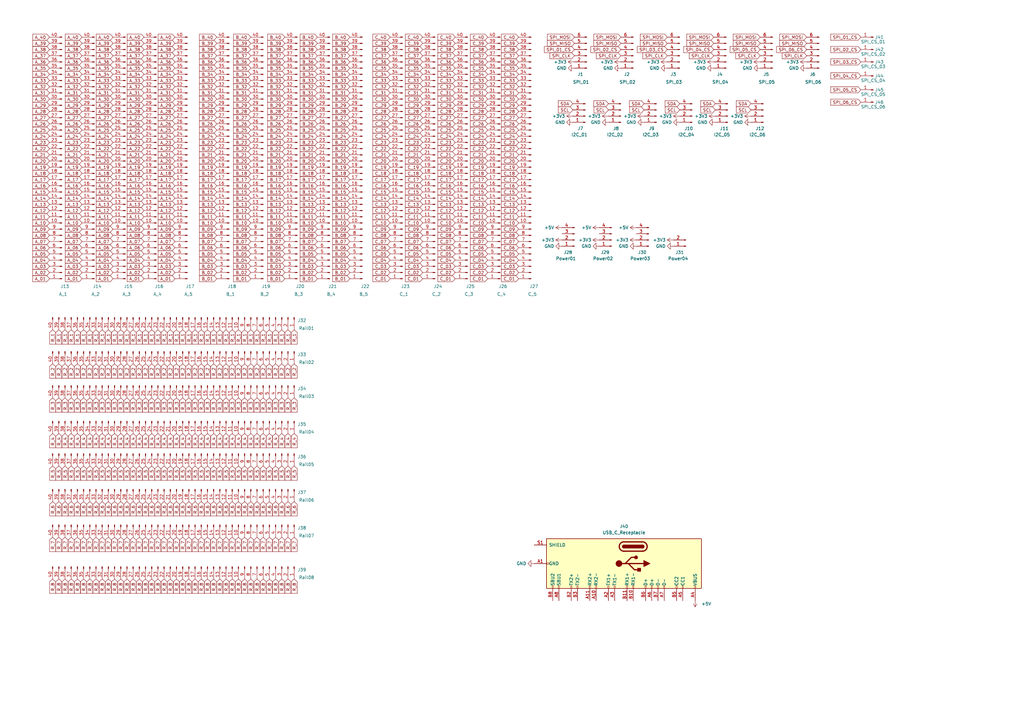
<source format=kicad_sch>
(kicad_sch (version 20211123) (generator eeschema)
  (paper "A3")
  (global_label "A_29" (shape input) (at 71.755 43.18 180) (property "Intersheet References" "${INTERSHEET_REFS}" (effects hide)))
  (global_label "R_2" (shape input) (at 69.85 149.225 270) (property "Intersheet References" "${INTERSHEET_REFS}" (effects hide)))
  (global_label "R_5" (shape input) (at 41.91 191.135 270) (property "Intersheet References" "${INTERSHEET_REFS}" (effects hide)))
  (global_label "A_18" (shape input) (at 33.655 71.12 180) (property "Intersheet References" "${INTERSHEET_REFS}" (effects hide)))
  (global_label "A_38" (shape input) (at 71.755 20.32 180) (property "Intersheet References" "${INTERSHEET_REFS}" (effects hide)))
  (global_label "R_6" (shape input) (at 64.77 205.74 270) (property "Intersheet References" "${INTERSHEET_REFS}" (effects hide)))
  (global_label "B_16" (shape input) (at 102.87 76.2 180) (property "Intersheet References" "${INTERSHEET_REFS}" (effects hide)))
  (global_label "A_02" (shape input) (at 59.055 111.76 180) (property "Intersheet References" "${INTERSHEET_REFS}" (effects hide)))
  (global_label "A_40" (shape input) (at 71.755 15.24 180) (property "Intersheet References" "${INTERSHEET_REFS}" (effects hide)))
  (global_label "R_4" (shape input) (at 120.65 177.8 270) (property "Intersheet References" "${INTERSHEET_REFS}" (effects hide)))
  (global_label "R_2" (shape input) (at 95.25 149.225 270) (property "Intersheet References" "${INTERSHEET_REFS}" (effects hide)))
  (global_label "B_33" (shape input) (at 143.51 33.02 180) (property "Intersheet References" "${INTERSHEET_REFS}" (effects hide)))
  (global_label "C_18" (shape input) (at 186.69 71.12 180) (property "Intersheet References" "${INTERSHEET_REFS}" (effects hide)))
  (global_label "A_06" (shape input) (at 46.355 101.6 180) (property "Intersheet References" "${INTERSHEET_REFS}" (effects hide)))
  (global_label "C_11" (shape input) (at 160.02 88.9 180) (property "Intersheet References" "${INTERSHEET_REFS}" (effects hide)))
  (global_label "B_23" (shape input) (at 88.9 58.42 180) (property "Intersheet References" "${INTERSHEET_REFS}" (effects hide)))
  (global_label "R_2" (shape input) (at 67.31 149.225 270) (property "Intersheet References" "${INTERSHEET_REFS}" (effects hide)))
  (global_label "R_2" (shape input) (at 80.01 149.225 270) (property "Intersheet References" "${INTERSHEET_REFS}" (effects hide)))
  (global_label "A_17" (shape input) (at 20.32 73.66 180) (property "Intersheet References" "${INTERSHEET_REFS}" (effects hide)))
  (global_label "B_37" (shape input) (at 102.87 22.86 180) (property "Intersheet References" "${INTERSHEET_REFS}" (effects hide)))
  (global_label "B_10" (shape input) (at 116.84 91.44 180) (property "Intersheet References" "${INTERSHEET_REFS}" (effects hide)))
  (global_label "C_40" (shape input) (at 160.02 15.24 180) (property "Intersheet References" "${INTERSHEET_REFS}" (effects hide)))
  (global_label "A_27" (shape input) (at 59.055 48.26 180) (property "Intersheet References" "${INTERSHEET_REFS}" (effects hide)))
  (global_label "R_7" (shape input) (at 72.39 220.345 270) (property "Intersheet References" "${INTERSHEET_REFS}" (effects hide)))
  (global_label "R_3" (shape input) (at 92.71 163.195 270) (property "Intersheet References" "${INTERSHEET_REFS}" (effects hide)))
  (global_label "A_25" (shape input) (at 20.32 53.34 180) (property "Intersheet References" "${INTERSHEET_REFS}" (effects hide)))
  (global_label "C_37" (shape input) (at 173.355 22.86 180) (property "Intersheet References" "${INTERSHEET_REFS}" (effects hide)))
  (global_label "B_25" (shape input) (at 130.175 53.34 180) (property "Intersheet References" "${INTERSHEET_REFS}" (effects hide)))
  (global_label "B_24" (shape input) (at 116.84 55.88 180) (property "Intersheet References" "${INTERSHEET_REFS}" (effects hide)))
  (global_label "B_39" (shape input) (at 88.9 17.78 180) (property "Intersheet References" "${INTERSHEET_REFS}" (effects hide)))
  (global_label "R_5" (shape input) (at 95.25 191.135 270) (property "Intersheet References" "${INTERSHEET_REFS}" (effects hide)))
  (global_label "R_6" (shape input) (at 82.55 205.74 270) (property "Intersheet References" "${INTERSHEET_REFS}" (effects hide)))
  (global_label "B_29" (shape input) (at 102.87 43.18 180) (property "Intersheet References" "${INTERSHEET_REFS}" (effects hide)))
  (global_label "R_3" (shape input) (at 113.03 163.195 270) (property "Intersheet References" "${INTERSHEET_REFS}" (effects hide)))
  (global_label "B_04" (shape input) (at 102.87 106.68 180) (property "Intersheet References" "${INTERSHEET_REFS}" (effects hide)))
  (global_label "C_06" (shape input) (at 212.725 101.6 180) (property "Intersheet References" "${INTERSHEET_REFS}" (effects hide)))
  (global_label "A_24" (shape input) (at 20.32 55.88 180) (property "Intersheet References" "${INTERSHEET_REFS}" (effects hide)))
  (global_label "C_37" (shape input) (at 160.02 22.86 180) (property "Intersheet References" "${INTERSHEET_REFS}" (effects hide)))
  (global_label "R_7" (shape input) (at 59.69 220.345 270) (property "Intersheet References" "${INTERSHEET_REFS}" (effects hide)))
  (global_label "SDA" (shape input) (at 307.975 42.545 180) (property "Intersheet References" "${INTERSHEET_REFS}" (effects hide)))
  (global_label "A_31" (shape input) (at 59.055 38.1 180) (property "Intersheet References" "${INTERSHEET_REFS}" (effects hide)))
  (global_label "B_19" (shape input) (at 102.87 68.58 180) (property "Intersheet References" "${INTERSHEET_REFS}" (effects hide)))
  (global_label "B_09" (shape input) (at 130.175 93.98 180) (property "Intersheet References" "${INTERSHEET_REFS}" (effects hide)))
  (global_label "B_15" (shape input) (at 102.87 78.74 180) (property "Intersheet References" "${INTERSHEET_REFS}" (effects hide)))
  (global_label "R_4" (shape input) (at 39.37 177.8 270) (property "Intersheet References" "${INTERSHEET_REFS}" (effects hide)))
  (global_label "C_21" (shape input) (at 160.02 63.5 180) (property "Intersheet References" "${INTERSHEET_REFS}" (effects hide)))
  (global_label "B_37" (shape input) (at 116.84 22.86 180) (property "Intersheet References" "${INTERSHEET_REFS}" (effects hide)))
  (global_label "B_27" (shape input) (at 102.87 48.26 180) (property "Intersheet References" "${INTERSHEET_REFS}" (effects hide)))
  (global_label "B_24" (shape input) (at 130.175 55.88 180) (property "Intersheet References" "${INTERSHEET_REFS}" (effects hide)))
  (global_label "R_4" (shape input) (at 95.25 177.8 270) (property "Intersheet References" "${INTERSHEET_REFS}" (effects hide)))
  (global_label "C_20" (shape input) (at 173.355 66.04 180) (property "Intersheet References" "${INTERSHEET_REFS}" (effects hide)))
  (global_label "A_21" (shape input) (at 20.32 63.5 180) (property "Intersheet References" "${INTERSHEET_REFS}" (effects hide)))
  (global_label "C_09" (shape input) (at 173.355 93.98 180) (property "Intersheet References" "${INTERSHEET_REFS}" (effects hide)))
  (global_label "R_3" (shape input) (at 34.29 163.195 270) (property "Intersheet References" "${INTERSHEET_REFS}" (effects hide)))
  (global_label "SPI_CLK" (shape input) (at 311.785 22.86 180) (property "Intersheet References" "${INTERSHEET_REFS}" (effects hide)))
  (global_label "C_39" (shape input) (at 186.69 17.78 180) (property "Intersheet References" "${INTERSHEET_REFS}" (effects hide)))
  (global_label "R_7" (shape input) (at 34.29 220.345 270) (property "Intersheet References" "${INTERSHEET_REFS}" (effects hide)))
  (global_label "B_38" (shape input) (at 88.9 20.32 180) (property "Intersheet References" "${INTERSHEET_REFS}" (effects hide)))
  (global_label "R_5" (shape input) (at 120.65 191.135 270) (property "Intersheet References" "${INTERSHEET_REFS}" (effects hide)))
  (global_label "R_4" (shape input) (at 100.33 177.8 270) (property "Intersheet References" "${INTERSHEET_REFS}" (effects hide)))
  (global_label "C_18" (shape input) (at 173.355 71.12 180) (property "Intersheet References" "${INTERSHEET_REFS}" (effects hide)))
  (global_label "A_35" (shape input) (at 46.355 27.94 180) (property "Intersheet References" "${INTERSHEET_REFS}" (effects hide)))
  (global_label "B_36" (shape input) (at 102.87 25.4 180) (property "Intersheet References" "${INTERSHEET_REFS}" (effects hide)))
  (global_label "R_4" (shape input) (at 85.09 177.8 270) (property "Intersheet References" "${INTERSHEET_REFS}" (effects hide)))
  (global_label "B_34" (shape input) (at 88.9 30.48 180) (property "Intersheet References" "${INTERSHEET_REFS}" (effects hide)))
  (global_label "C_05" (shape input) (at 200.025 104.14 180) (property "Intersheet References" "${INTERSHEET_REFS}" (effects hide)))
  (global_label "C_27" (shape input) (at 160.02 48.26 180) (property "Intersheet References" "${INTERSHEET_REFS}" (effects hide)))
  (global_label "C_40" (shape input) (at 186.69 15.24 180) (property "Intersheet References" "${INTERSHEET_REFS}" (effects hide)))
  (global_label "R_7" (shape input) (at 115.57 220.345 270) (property "Intersheet References" "${INTERSHEET_REFS}" (effects hide)))
  (global_label "R_6" (shape input) (at 41.91 205.74 270) (property "Intersheet References" "${INTERSHEET_REFS}" (effects hide)))
  (global_label "R_6" (shape input) (at 59.69 205.74 270) (property "Intersheet References" "${INTERSHEET_REFS}" (effects hide)))
  (global_label "R_2" (shape input) (at 29.21 149.225 270) (property "Intersheet References" "${INTERSHEET_REFS}" (effects hide)))
  (global_label "R_2" (shape input) (at 120.65 149.225 270) (property "Intersheet References" "${INTERSHEET_REFS}" (effects hide)))
  (global_label "C_22" (shape input) (at 200.025 60.96 180) (property "Intersheet References" "${INTERSHEET_REFS}" (effects hide)))
  (global_label "R_5" (shape input) (at 85.09 191.135 270) (property "Intersheet References" "${INTERSHEET_REFS}" (effects hide)))
  (global_label "C_05" (shape input) (at 173.355 104.14 180) (property "Intersheet References" "${INTERSHEET_REFS}" (effects hide)))
  (global_label "C_37" (shape input) (at 212.725 22.86 180) (property "Intersheet References" "${INTERSHEET_REFS}" (effects hide)))
  (global_label "R_5" (shape input) (at 118.11 191.135 270) (property "Intersheet References" "${INTERSHEET_REFS}" (effects hide)))
  (global_label "A_27" (shape input) (at 33.655 48.26 180) (property "Intersheet References" "${INTERSHEET_REFS}" (effects hide)))
  (global_label "A_10" (shape input) (at 33.655 91.44 180) (property "Intersheet References" "${INTERSHEET_REFS}" (effects hide)))
  (global_label "R_6" (shape input) (at 87.63 205.74 270) (property "Intersheet References" "${INTERSHEET_REFS}" (effects hide)))
  (global_label "B_04" (shape input) (at 143.51 106.68 180) (property "Intersheet References" "${INTERSHEET_REFS}" (effects hide)))
  (global_label "C_17" (shape input) (at 186.69 73.66 180) (property "Intersheet References" "${INTERSHEET_REFS}" (effects hide)))
  (global_label "SPI_MOSI" (shape input) (at 311.785 15.24 180) (property "Intersheet References" "${INTERSHEET_REFS}" (effects hide)))
  (global_label "A_32" (shape input) (at 59.055 35.56 180) (property "Intersheet References" "${INTERSHEET_REFS}" (effects hide)))
  (global_label "B_13" (shape input) (at 130.175 83.82 180) (property "Intersheet References" "${INTERSHEET_REFS}" (effects hide)))
  (global_label "A_28" (shape input) (at 71.755 45.72 180) (property "Intersheet References" "${INTERSHEET_REFS}" (effects hide)))
  (global_label "B_09" (shape input) (at 143.51 93.98 180) (property "Intersheet References" "${INTERSHEET_REFS}" (effects hide)))
  (global_label "R_1" (shape input) (at 90.17 135.255 270) (property "Intersheet References" "${INTERSHEET_REFS}" (effects hide)))
  (global_label "R_8" (shape input) (at 31.75 237.49 270) (property "Intersheet References" "${INTERSHEET_REFS}" (effects hide)))
  (global_label "SPI_MISO" (shape input) (at 235.585 17.78 180) (property "Intersheet References" "${INTERSHEET_REFS}" (effects hide)))
  (global_label "B_22" (shape input) (at 143.51 60.96 180) (property "Intersheet References" "${INTERSHEET_REFS}" (effects hide)))
  (global_label "R_1" (shape input) (at 72.39 135.255 270) (property "Intersheet References" "${INTERSHEET_REFS}" (effects hide)))
  (global_label "C_01" (shape input) (at 160.02 114.3 180) (property "Intersheet References" "${INTERSHEET_REFS}" (effects hide)))
  (global_label "C_29" (shape input) (at 200.025 43.18 180) (property "Intersheet References" "${INTERSHEET_REFS}" (effects hide)))
  (global_label "B_12" (shape input) (at 88.9 86.36 180) (property "Intersheet References" "${INTERSHEET_REFS}" (effects hide)))
  (global_label "C_16" (shape input) (at 173.355 76.2 180) (property "Intersheet References" "${INTERSHEET_REFS}" (effects hide)))
  (global_label "C_25" (shape input) (at 173.355 53.34 180) (property "Intersheet References" "${INTERSHEET_REFS}" (effects hide)))
  (global_label "B_39" (shape input) (at 102.87 17.78 180) (property "Intersheet References" "${INTERSHEET_REFS}" (effects hide)))
  (global_label "B_12" (shape input) (at 102.87 86.36 180) (property "Intersheet References" "${INTERSHEET_REFS}" (effects hide)))
  (global_label "C_09" (shape input) (at 212.725 93.98 180) (property "Intersheet References" "${INTERSHEET_REFS}" (effects hide)))
  (global_label "C_33" (shape input) (at 200.025 33.02 180) (property "Intersheet References" "${INTERSHEET_REFS}" (effects hide)))
  (global_label "A_01" (shape input) (at 59.055 114.3 180) (property "Intersheet References" "${INTERSHEET_REFS}" (effects hide)))
  (global_label "A_16" (shape input) (at 59.055 76.2 180) (property "Intersheet References" "${INTERSHEET_REFS}" (effects hide)))
  (global_label "B_33" (shape input) (at 102.87 33.02 180) (property "Intersheet References" "${INTERSHEET_REFS}" (effects hide)))
  (global_label "R_4" (shape input) (at 54.61 177.8 270) (property "Intersheet References" "${INTERSHEET_REFS}" (effects hide)))
  (global_label "C_39" (shape input) (at 200.025 17.78 180) (property "Intersheet References" "${INTERSHEET_REFS}" (effects hide)))
  (global_label "B_07" (shape input) (at 102.87 99.06 180) (property "Intersheet References" "${INTERSHEET_REFS}" (effects hide)))
  (global_label "R_5" (shape input) (at 87.63 191.135 270) (property "Intersheet References" "${INTERSHEET_REFS}" (effects hide)))
  (global_label "C_27" (shape input) (at 212.725 48.26 180) (property "Intersheet References" "${INTERSHEET_REFS}" (effects hide)))
  (global_label "R_2" (shape input) (at 92.71 149.225 270) (property "Intersheet References" "${INTERSHEET_REFS}" (effects hide)))
  (global_label "C_24" (shape input) (at 186.69 55.88 180) (property "Intersheet References" "${INTERSHEET_REFS}" (effects hide)))
  (global_label "B_16" (shape input) (at 116.84 76.2 180) (property "Intersheet References" "${INTERSHEET_REFS}" (effects hide)))
  (global_label "A_20" (shape input) (at 71.755 66.04 180) (property "Intersheet References" "${INTERSHEET_REFS}" (effects hide)))
  (global_label "C_31" (shape input) (at 186.69 38.1 180) (property "Intersheet References" "${INTERSHEET_REFS}" (effects hide)))
  (global_label "A_39" (shape input) (at 20.32 17.78 180) (property "Intersheet References" "${INTERSHEET_REFS}" (effects hide)))
  (global_label "A_36" (shape input) (at 71.755 25.4 180) (property "Intersheet References" "${INTERSHEET_REFS}" (effects hide)))
  (global_label "R_2" (shape input) (at 110.49 149.225 270) (property "Intersheet References" "${INTERSHEET_REFS}" (effects hide)))
  (global_label "A_09" (shape input) (at 59.055 93.98 180) (property "Intersheet References" "${INTERSHEET_REFS}" (effects hide)))
  (global_label "B_23" (shape input) (at 102.87 58.42 180) (property "Intersheet References" "${INTERSHEET_REFS}" (effects hide)))
  (global_label "A_40" (shape input) (at 20.32 15.24 180) (property "Intersheet References" "${INTERSHEET_REFS}" (effects hide)))
  (global_label "C_17" (shape input) (at 160.02 73.66 180) (property "Intersheet References" "${INTERSHEET_REFS}" (effects hide)))
  (global_label "R_1" (shape input) (at 92.71 135.255 270) (property "Intersheet References" "${INTERSHEET_REFS}" (effects hide)))
  (global_label "A_12" (shape input) (at 71.755 86.36 180) (property "Intersheet References" "${INTERSHEET_REFS}" (effects hide)))
  (global_label "R_1" (shape input) (at 118.11 135.255 270) (property "Intersheet References" "${INTERSHEET_REFS}" (effects hide)))
  (global_label "A_24" (shape input) (at 46.355 55.88 180) (property "Intersheet References" "${INTERSHEET_REFS}" (effects hide)))
  (global_label "A_19" (shape input) (at 59.055 68.58 180) (property "Intersheet References" "${INTERSHEET_REFS}" (effects hide)))
  (global_label "R_8" (shape input) (at 107.95 237.49 270) (property "Intersheet References" "${INTERSHEET_REFS}" (effects hide)))
  (global_label "A_24" (shape input) (at 59.055 55.88 180) (property "Intersheet References" "${INTERSHEET_REFS}" (effects hide)))
  (global_label "B_36" (shape input) (at 130.175 25.4 180) (property "Intersheet References" "${INTERSHEET_REFS}" (effects hide)))
  (global_label "C_24" (shape input) (at 160.02 55.88 180) (property "Intersheet References" "${INTERSHEET_REFS}" (effects hide)))
  (global_label "C_33" (shape input) (at 160.02 33.02 180) (property "Intersheet References" "${INTERSHEET_REFS}" (effects hide)))
  (global_label "B_18" (shape input) (at 130.175 71.12 180) (property "Intersheet References" "${INTERSHEET_REFS}" (effects hide)))
  (global_label "A_37" (shape input) (at 33.655 22.86 180) (property "Intersheet References" "${INTERSHEET_REFS}" (effects hide)))
  (global_label "C_25" (shape input) (at 212.725 53.34 180) (property "Intersheet References" "${INTERSHEET_REFS}" (effects hide)))
  (global_label "C_15" (shape input) (at 200.025 78.74 180) (property "Intersheet References" "${INTERSHEET_REFS}" (effects hide)))
  (global_label "C_08" (shape input) (at 173.355 96.52 180) (property "Intersheet References" "${INTERSHEET_REFS}" (effects hide)))
  (global_label "R_5" (shape input) (at 90.17 191.135 270) (property "Intersheet References" "${INTERSHEET_REFS}" (effects hide)))
  (global_label "R_3" (shape input) (at 87.63 163.195 270) (property "Intersheet References" "${INTERSHEET_REFS}" (effects hide)))
  (global_label "B_27" (shape input) (at 88.9 48.26 180) (property "Intersheet References" "${INTERSHEET_REFS}" (effects hide)))
  (global_label "R_7" (shape input) (at 31.75 220.345 270) (property "Intersheet References" "${INTERSHEET_REFS}" (effects hide)))
  (global_label "C_15" (shape input) (at 173.355 78.74 180) (property "Intersheet References" "${INTERSHEET_REFS}" (effects hide)))
  (global_label "A_03" (shape input) (at 46.355 109.22 180) (property "Intersheet References" "${INTERSHEET_REFS}" (effects hide)))
  (global_label "R_6" (shape input) (at 85.09 205.74 270) (property "Intersheet References" "${INTERSHEET_REFS}" (effects hide)))
  (global_label "C_03" (shape input) (at 212.725 109.22 180) (property "Intersheet References" "${INTERSHEET_REFS}" (effects hide)))
  (global_label "B_05" (shape input) (at 88.9 104.14 180) (property "Intersheet References" "${INTERSHEET_REFS}" (effects hide)))
  (global_label "SPI_CLK" (shape input) (at 254.635 22.86 180) (property "Intersheet References" "${INTERSHEET_REFS}" (effects hide)))
  (global_label "R_7" (shape input) (at 77.47 220.345 270) (property "Intersheet References" "${INTERSHEET_REFS}" (effects hide)))
  (global_label "R_1" (shape input) (at 115.57 135.255 270) (property "Intersheet References" "${INTERSHEET_REFS}" (effects hide)))
  (global_label "SPI_CLK" (shape input) (at 273.685 22.86 180) (property "Intersheet References" "${INTERSHEET_REFS}" (effects hide)))
  (global_label "B_29" (shape input) (at 116.84 43.18 180) (property "Intersheet References" "${INTERSHEET_REFS}" (effects hide)))
  (global_label "B_23" (shape input) (at 143.51 58.42 180) (property "Intersheet References" "${INTERSHEET_REFS}" (effects hide)))
  (global_label "B_32" (shape input) (at 143.51 35.56 180) (property "Intersheet References" "${INTERSHEET_REFS}" (effects hide)))
  (global_label "R_8" (shape input) (at 54.61 237.49 270) (property "Intersheet References" "${INTERSHEET_REFS}" (effects hide)))
  (global_label "A_29" (shape input) (at 59.055 43.18 180) (property "Intersheet References" "${INTERSHEET_REFS}" (effects hide)))
  (global_label "B_28" (shape input) (at 102.87 45.72 180) (property "Intersheet References" "${INTERSHEET_REFS}" (effects hide)))
  (global_label "B_06" (shape input) (at 130.175 101.6 180) (property "Intersheet References" "${INTERSHEET_REFS}" (effects hide)))
  (global_label "B_38" (shape input) (at 116.84 20.32 180) (property "Intersheet References" "${INTERSHEET_REFS}" (effects hide)))
  (global_label "C_17" (shape input) (at 173.355 73.66 180) (property "Intersheet References" "${INTERSHEET_REFS}" (effects hide)))
  (global_label "C_10" (shape input) (at 173.355 91.44 180) (property "Intersheet References" "${INTERSHEET_REFS}" (effects hide)))
  (global_label "R_8" (shape input) (at 57.15 237.49 270) (property "Intersheet References" "${INTERSHEET_REFS}" (effects hide)))
  (global_label "R_4" (shape input) (at 41.91 177.8 270) (property "Intersheet References" "${INTERSHEET_REFS}" (effects hide)))
  (global_label "B_22" (shape input) (at 130.175 60.96 180) (property "Intersheet References" "${INTERSHEET_REFS}" (effects hide)))
  (global_label "R_5" (shape input) (at 80.01 191.135 270) (property "Intersheet References" "${INTERSHEET_REFS}" (effects hide)))
  (global_label "A_08" (shape input) (at 71.755 96.52 180) (property "Intersheet References" "${INTERSHEET_REFS}" (effects hide)))
  (global_label "R_2" (shape input) (at 57.15 149.225 270) (property "Intersheet References" "${INTERSHEET_REFS}" (effects hide)))
  (global_label "A_38" (shape input) (at 33.655 20.32 180) (property "Intersheet References" "${INTERSHEET_REFS}" (effects hide)))
  (global_label "B_34" (shape input) (at 130.175 30.48 180) (property "Intersheet References" "${INTERSHEET_REFS}" (effects hide)))
  (global_label "A_32" (shape input) (at 20.32 35.56 180) (property "Intersheet References" "${INTERSHEET_REFS}" (effects hide)))
  (global_label "R_1" (shape input) (at 87.63 135.255 270) (property "Intersheet References" "${INTERSHEET_REFS}" (effects hide)))
  (global_label "A_34" (shape input) (at 20.32 30.48 180) (property "Intersheet References" "${INTERSHEET_REFS}" (effects hide)))
  (global_label "A_22" (shape input) (at 59.055 60.96 180) (property "Intersheet References" "${INTERSHEET_REFS}" (effects hide)))
  (global_label "SPI_CLK" (shape input) (at 330.835 22.86 180) (property "Intersheet References" "${INTERSHEET_REFS}" (effects hide)))
  (global_label "C_29" (shape input) (at 186.69 43.18 180) (property "Intersheet References" "${INTERSHEET_REFS}" (effects hide)))
  (global_label "C_02" (shape input) (at 212.725 111.76 180) (property "Intersheet References" "${INTERSHEET_REFS}" (effects hide)))
  (global_label "R_7" (shape input) (at 113.03 220.345 270) (property "Intersheet References" "${INTERSHEET_REFS}" (effects hide)))
  (global_label "R_8" (shape input) (at 49.53 237.49 270) (property "Intersheet References" "${INTERSHEET_REFS}" (effects hide)))
  (global_label "R_1" (shape input) (at 102.87 135.255 270) (property "Intersheet References" "${INTERSHEET_REFS}" (effects hide)))
  (global_label "R_3" (shape input) (at 29.21 163.195 270) (property "Intersheet References" "${INTERSHEET_REFS}" (effects hide)))
  (global_label "B_31" (shape input) (at 88.9 38.1 180) (property "Intersheet References" "${INTERSHEET_REFS}" (effects hide)))
  (global_label "R_6" (shape input) (at 72.39 205.74 270) (property "Intersheet References" "${INTERSHEET_REFS}" (effects hide)))
  (global_label "B_28" (shape input) (at 88.9 45.72 180) (property "Intersheet References" "${INTERSHEET_REFS}" (effects hide)))
  (global_label "R_3" (shape input) (at 39.37 163.195 270) (property "Intersheet References" "${INTERSHEET_REFS}" (effects hide)))
  (global_label "R_3" (shape input) (at 41.91 163.195 270) (property "Intersheet References" "${INTERSHEET_REFS}" (effects hide)))
  (global_label "R_5" (shape input) (at 52.07 191.135 270) (property "Intersheet References" "${INTERSHEET_REFS}" (effects hide)))
  (global_label "B_14" (shape input) (at 116.84 81.28 180) (property "Intersheet References" "${INTERSHEET_REFS}" (effects hide)))
  (global_label "C_34" (shape input) (at 200.025 30.48 180) (property "Intersheet References" "${INTERSHEET_REFS}" (effects hide)))
  (global_label "R_7" (shape input) (at 87.63 220.345 270) (property "Intersheet References" "${INTERSHEET_REFS}" (effects hide)))
  (global_label "SPI_02_CS" (shape input) (at 254.635 20.32 180) (property "Intersheet References" "${INTERSHEET_REFS}" (effects hide)))
  (global_label "A_08" (shape input) (at 59.055 96.52 180) (property "Intersheet References" "${INTERSHEET_REFS}" (effects hide)))
  (global_label "C_26" (shape input) (at 173.355 50.8 180) (property "Intersheet References" "${INTERSHEET_REFS}" (effects hide)))
  (global_label "A_18" (shape input) (at 71.755 71.12 180) (property "Intersheet References" "${INTERSHEET_REFS}" (effects hide)))
  (global_label "A_28" (shape input) (at 46.355 45.72 180) (property "Intersheet References" "${INTERSHEET_REFS}" (effects hide)))
  (global_label "SPI_01_CS" (shape input) (at 353.06 15.24 180) (property "Intersheet References" "${INTERSHEET_REFS}" (effects hide)))
  (global_label "B_10" (shape input) (at 143.51 91.44 180) (property "Intersheet References" "${INTERSHEET_REFS}" (effects hide)))
  (global_label "C_24" (shape input) (at 212.725 55.88 180) (property "Intersheet References" "${INTERSHEET_REFS}" (effects hide)))
  (global_label "B_06" (shape input) (at 88.9 101.6 180) (property "Intersheet References" "${INTERSHEET_REFS}" (effects hide)))
  (global_label "R_2" (shape input) (at 44.45 149.225 270) (property "Intersheet References" "${INTERSHEET_REFS}" (effects hide)))
  (global_label "R_4" (shape input) (at 102.87 177.8 270) (property "Intersheet References" "${INTERSHEET_REFS}" (effects hide)))
  (global_label "B_19" (shape input) (at 88.9 68.58 180) (property "Intersheet References" "${INTERSHEET_REFS}" (effects hide)))
  (global_label "B_20" (shape input) (at 143.51 66.04 180) (property "Intersheet References" "${INTERSHEET_REFS}" (effects hide)))
  (global_label "A_12" (shape input) (at 20.32 86.36 180) (property "Intersheet References" "${INTERSHEET_REFS}" (effects hide)))
  (global_label "C_36" (shape input) (at 212.725 25.4 180) (property "Intersheet References" "${INTERSHEET_REFS}" (effects hide)))
  (global_label "R_6" (shape input) (at 46.99 205.74 270) (property "Intersheet References" "${INTERSHEET_REFS}" (effects hide)))
  (global_label "R_7" (shape input) (at 80.01 220.345 270) (property "Intersheet References" "${INTERSHEET_REFS}" (effects hide)))
  (global_label "R_8" (shape input) (at 85.09 237.49 270) (property "Intersheet References" "${INTERSHEET_REFS}" (effects hide)))
  (global_label "R_3" (shape input) (at 57.15 163.195 270) (property "Intersheet References" "${INTERSHEET_REFS}" (effects hide)))
  (global_label "A_05" (shape input) (at 20.32 104.14 180) (property "Intersheet References" "${INTERSHEET_REFS}" (effects hide)))
  (global_label "R_1" (shape input) (at 100.33 135.255 270) (property "Intersheet References" "${INTERSHEET_REFS}" (effects hide)))
  (global_label "C_06" (shape input) (at 160.02 101.6 180) (property "Intersheet References" "${INTERSHEET_REFS}" (effects hide)))
  (global_label "R_7" (shape input) (at 97.79 220.345 270) (property "Intersheet References" "${INTERSHEET_REFS}" (effects hide)))
  (global_label "C_21" (shape input) (at 186.69 63.5 180) (property "Intersheet References" "${INTERSHEET_REFS}" (effects hide)))
  (global_label "C_13" (shape input) (at 200.025 83.82 180) (property "Intersheet References" "${INTERSHEET_REFS}" (effects hide)))
  (global_label "C_04" (shape input) (at 173.355 106.68 180) (property "Intersheet References" "${INTERSHEET_REFS}" (effects hide)))
  (global_label "C_22" (shape input) (at 173.355 60.96 180) (property "Intersheet References" "${INTERSHEET_REFS}" (effects hide)))
  (global_label "C_30" (shape input) (at 212.725 40.64 180) (property "Intersheet References" "${INTERSHEET_REFS}" (effects hide)))
  (global_label "R_3" (shape input) (at 110.49 163.195 270) (property "Intersheet References" "${INTERSHEET_REFS}" (effects hide)))
  (global_label "B_12" (shape input) (at 116.84 86.36 180) (property "Intersheet References" "${INTERSHEET_REFS}" (effects hide)))
  (global_label "C_28" (shape input) (at 212.725 45.72 180) (property "Intersheet References" "${INTERSHEET_REFS}" (effects hide)))
  (global_label "R_2" (shape input) (at 21.59 149.225 270) (property "Intersheet References" "${INTERSHEET_REFS}" (effects hide)))
  (global_label "A_31" (shape input) (at 46.355 38.1 180) (property "Intersheet References" "${INTERSHEET_REFS}" (effects hide)))
  (global_label "B_26" (shape input) (at 102.87 50.8 180) (property "Intersheet References" "${INTERSHEET_REFS}" (effects hide)))
  (global_label "B_13" (shape input) (at 143.51 83.82 180) (property "Intersheet References" "${INTERSHEET_REFS}" (effects hide)))
  (global_label "SCL" (shape input) (at 234.95 45.085 180) (property "Intersheet References" "${INTERSHEET_REFS}" (effects hide)))
  (global_label "R_1" (shape input) (at 97.79 135.255 270) (property "Intersheet References" "${INTERSHEET_REFS}" (effects hide)))
  (global_label "B_02" (shape input) (at 88.9 111.76 180) (property "Intersheet References" "${INTERSHEET_REFS}" (effects hide)))
  (global_label "B_30" (shape input) (at 102.87 40.64 180) (property "Intersheet References" "${INTERSHEET_REFS}" (effects hide)))
  (global_label "R_3" (shape input) (at 107.95 163.195 270) (property "Intersheet References" "${INTERSHEET_REFS}" (effects hide)))
  (global_label "R_1" (shape input) (at 64.77 135.255 270) (property "Intersheet References" "${INTERSHEET_REFS}" (effects hide)))
  (global_label "A_23" (shape input) (at 33.655 58.42 180) (property "Intersheet References" "${INTERSHEET_REFS}" (effects hide)))
  (global_label "A_19" (shape input) (at 20.32 68.58 180) (property "Intersheet References" "${INTERSHEET_REFS}" (effects hide)))
  (global_label "B_20" (shape input) (at 116.84 66.04 180) (property "Intersheet References" "${INTERSHEET_REFS}" (effects hide)))
  (global_label "R_4" (shape input) (at 97.79 177.8 270) (property "Intersheet References" "${INTERSHEET_REFS}" (effects hide)))
  (global_label "C_03" (shape input) (at 160.02 109.22 180) (property "Intersheet References" "${INTERSHEET_REFS}" (effects hide)))
  (global_label "C_35" (shape input) (at 200.025 27.94 180) (property "Intersheet References" "${INTERSHEET_REFS}" (effects hide)))
  (global_label "SPI_04_CS" (shape input) (at 292.735 20.32 180) (property "Intersheet References" "${INTERSHEET_REFS}" (effects hide)))
  (global_label "R_3" (shape input) (at 59.69 163.195 270) (property "Intersheet References" "${INTERSHEET_REFS}" (effects hide)))
  (global_label "A_01" (shape input) (at 46.355 114.3 180) (property "Intersheet References" "${INTERSHEET_REFS}" (effects hide)))
  (global_label "R_3" (shape input) (at 67.31 163.195 270) (property "Intersheet References" "${INTERSHEET_REFS}" (effects hide)))
  (global_label "R_3" (shape input) (at 82.55 163.195 270) (property "Intersheet References" "${INTERSHEET_REFS}" (effects hide)))
  (global_label "A_26" (shape input) (at 20.32 50.8 180) (property "Intersheet References" "${INTERSHEET_REFS}" (effects hide)))
  (global_label "A_11" (shape input) (at 46.355 88.9 180) (property "Intersheet References" "${INTERSHEET_REFS}" (effects hide)))
  (global_label "B_16" (shape input) (at 130.175 76.2 180) (property "Intersheet References" "${INTERSHEET_REFS}" (effects hide)))
  (global_label "C_38" (shape input) (at 186.69 20.32 180) (property "Intersheet References" "${INTERSHEET_REFS}" (effects hide)))
  (global_label "R_7" (shape input) (at 26.67 220.345 270) (property "Intersheet References" "${INTERSHEET_REFS}" (effects hide)))
  (global_label "B_08" (shape input) (at 88.9 96.52 180) (property "Intersheet References" "${INTERSHEET_REFS}" (effects hide)))
  (global_label "A_13" (shape input) (at 46.355 83.82 180) (property "Intersheet References" "${INTERSHEET_REFS}" (effects hide)))
  (global_label "SPI_02_CS" (shape input) (at 353.06 20.32 180) (property "Intersheet References" "${INTERSHEET_REFS}" (effects hide)))
  (global_label "C_39" (shape input) (at 212.725 17.78 180) (property "Intersheet References" "${INTERSHEET_REFS}" (effects hide)))
  (global_label "R_1" (shape input) (at 113.03 135.255 270) (property "Intersheet References" "${INTERSHEET_REFS}" (effects hide)))
  (global_label "R_4" (shape input) (at 57.15 177.8 270) (property "Intersheet References" "${INTERSHEET_REFS}" (effects hide)))
  (global_label "R_1" (shape input) (at 74.93 135.255 270) (property "Intersheet References" "${INTERSHEET_REFS}" (effects hide)))
  (global_label "A_07" (shape input) (at 46.355 99.06 180) (property "Intersheet References" "${INTERSHEET_REFS}" (effects hide)))
  (global_label "SPI_03_CS" (shape input) (at 273.685 20.32 180) (property "Intersheet References" "${INTERSHEET_REFS}" (effects hide)))
  (global_label "R_1" (shape input) (at 26.67 135.255 270) (property "Intersheet References" "${INTERSHEET_REFS}" (effects hide)))
  (global_label "B_17" (shape input) (at 143.51 73.66 180) (property "Intersheet References" "${INTERSHEET_REFS}" (effects hide)))
  (global_label "R_8" (shape input) (at 67.31 237.49 270) (property "Intersheet References" "${INTERSHEET_REFS}" (effects hide)))
  (global_label "R_5" (shape input) (at 62.23 191.135 270) (property "Intersheet References" "${INTERSHEET_REFS}" (effects hide)))
  (global_label "R_8" (shape input) (at 77.47 237.49 270) (property "Intersheet References" "${INTERSHEET_REFS}" (effects hide)))
  (global_label "R_1" (shape input) (at 36.83 135.255 270) (property "Intersheet References" "${INTERSHEET_REFS}" (effects hide)))
  (global_label "R_3" (shape input) (at 97.79 163.195 270) (property "Intersheet References" "${INTERSHEET_REFS}" (effects hide)))
  (global_label "C_13" (shape input) (at 186.69 83.82 180) (property "Intersheet References" "${INTERSHEET_REFS}" (effects hide)))
  (global_label "A_08" (shape input) (at 46.355 96.52 180) (property "Intersheet References" "${INTERSHEET_REFS}" (effects hide)))
  (global_label "B_37" (shape input) (at 130.175 22.86 180) (property "Intersheet References" "${INTERSHEET_REFS}" (effects hide)))
  (global_label "R_2" (shape input) (at 105.41 149.225 270) (property "Intersheet References" "${INTERSHEET_REFS}" (effects hide)))
  (global_label "C_22" (shape input) (at 160.02 60.96 180) (property "Intersheet References" "${INTERSHEET_REFS}" (effects hide)))
  (global_label "C_18" (shape input) (at 212.725 71.12 180) (property "Intersheet References" "${INTERSHEET_REFS}" (effects hide)))
  (global_label "B_13" (shape input) (at 116.84 83.82 180) (property "Intersheet References" "${INTERSHEET_REFS}" (effects hide)))
  (global_label "A_21" (shape input) (at 46.355 63.5 180) (property "Intersheet References" "${INTERSHEET_REFS}" (effects hide)))
  (global_label "R_4" (shape input) (at 24.13 177.8 270) (property "Intersheet References" "${INTERSHEET_REFS}" (effects hide)))
  (global_label "A_37" (shape input) (at 59.055 22.86 180) (property "Intersheet References" "${INTERSHEET_REFS}" (effects hide)))
  (global_label "C_27" (shape input) (at 173.355 48.26 180) (property "Intersheet References" "${INTERSHEET_REFS}" (effects hide)))
  (global_label "R_8" (shape input) (at 102.87 237.49 270) (property "Intersheet References" "${INTERSHEET_REFS}" (effects hide)))
  (global_label "A_14" (shape input) (at 71.755 81.28 180) (property "Intersheet References" "${INTERSHEET_REFS}" (effects hide)))
  (global_label "R_5" (shape input) (at 39.37 191.135 270) (property "Intersheet References" "${INTERSHEET_REFS}" (effects hide)))
  (global_label "R_8" (shape input) (at 24.13 237.49 270) (property "Intersheet References" "${INTERSHEET_REFS}" (effects hide)))
  (global_label "B_22" (shape input) (at 116.84 60.96 180) (property "Intersheet References" "${INTERSHEET_REFS}" (effects hide)))
  (global_label "A_30" (shape input) (at 59.055 40.64 180) (property "Intersheet References" "${INTERSHEET_REFS}" (effects hide)))
  (global_label "B_30" (shape input) (at 88.9 40.64 180) (property "Intersheet References" "${INTERSHEET_REFS}" (effects hide)))
  (global_label "A_21" (shape input) (at 59.055 63.5 180) (property "Intersheet References" "${INTERSHEET_REFS}" (effects hide)))
  (global_label "A_06" (shape input) (at 59.055 101.6 180) (property "Intersheet References" "${INTERSHEET_REFS}" (effects hide)))
  (global_label "A_27" (shape input) (at 46.355 48.26 180) (property "Intersheet References" "${INTERSHEET_REFS}" (effects hide)))
  (global_label "R_7" (shape input) (at 107.95 220.345 270) (property "Intersheet References" "${INTERSHEET_REFS}" (effects hide)))
  (global_label "C_29" (shape input) (at 160.02 43.18 180) (property "Intersheet References" "${INTERSHEET_REFS}" (effects hide)))
  (global_label "R_7" (shape input) (at 57.15 220.345 270) (property "Intersheet References" "${INTERSHEET_REFS}" (effects hide)))
  (global_label "R_5" (shape input) (at 67.31 191.135 270) (property "Intersheet References" "${INTERSHEET_REFS}" (effects hide)))
  (global_label "A_36" (shape input) (at 59.055 25.4 180) (property "Intersheet References" "${INTERSHEET_REFS}" (effects hide)))
  (global_label "C_30" (shape input) (at 200.025 40.64 180) (property "Intersheet References" "${INTERSHEET_REFS}" (effects hide)))
  (global_label "C_21" (shape input) (at 200.025 63.5 180) (property "Intersheet References" "${INTERSHEET_REFS}" (effects hide)))
  (global_label "R_1" (shape input) (at 24.13 135.255 270) (property "Intersheet References" "${INTERSHEET_REFS}" (effects hide)))
  (global_label "B_40" (shape input) (at 102.87 15.24 180) (property "Intersheet References" "${INTERSHEET_REFS}" (effects hide)))
  (global_label "B_14" (shape input) (at 88.9 81.28 180) (property "Intersheet References" "${INTERSHEET_REFS}" (effects hide)))
  (global_label "R_4" (shape input) (at 107.95 177.8 270) (property "Intersheet References" "${INTERSHEET_REFS}" (effects hide)))
  (global_label "A_30" (shape input) (at 33.655 40.64 180) (property "Intersheet References" "${INTERSHEET_REFS}" (effects hide)))
  (global_label "R_8" (shape input) (at 72.39 237.49 270) (property "Intersheet References" "${INTERSHEET_REFS}" (effects hide)))
  (global_label "R_8" (shape input) (at 41.91 237.49 270) (property "Intersheet References" "${INTERSHEET_REFS}" (effects hide)))
  (global_label "B_40" (shape input) (at 88.9 15.24 180) (property "Intersheet References" "${INTERSHEET_REFS}" (effects hide)))
  (global_label "C_12" (shape input) (at 160.02 86.36 180) (property "Intersheet References" "${INTERSHEET_REFS}" (effects hide)))
  (global_label "R_1" (shape input) (at 31.75 135.255 270) (property "Intersheet References" "${INTERSHEET_REFS}" (effects hide)))
  (global_label "A_30" (shape input) (at 20.32 40.64 180) (property "Intersheet References" "${INTERSHEET_REFS}" (effects hide)))
  (global_label "A_19" (shape input) (at 46.355 68.58 180) (property "Intersheet References" "${INTERSHEET_REFS}" (effects hide)))
  (global_label "C_35" (shape input) (at 186.69 27.94 180) (property "Intersheet References" "${INTERSHEET_REFS}" (effects hide)))
  (global_label "R_7" (shape input) (at 67.31 220.345 270) (property "Intersheet References" "${INTERSHEET_REFS}" (effects hide)))
  (global_label "B_25" (shape input) (at 102.87 53.34 180) (property "Intersheet References" "${INTERSHEET_REFS}" (effects hide)))
  (global_label "A_34" (shape input) (at 71.755 30.48 180) (property "Intersheet References" "${INTERSHEET_REFS}" (effects hide)))
  (global_label "R_8" (shape input) (at 62.23 237.49 270) (property "Intersheet References" "${INTERSHEET_REFS}" (effects hide)))
  (global_label "C_28" (shape input) (at 200.025 45.72 180) (property "Intersheet References" "${INTERSHEET_REFS}" (effects hide)))
  (global_label "R_4" (shape input) (at 59.69 177.8 270) (property "Intersheet References" "${INTERSHEET_REFS}" (effects hide)))
  (global_label "R_8" (shape input) (at 74.93 237.49 270) (property "Intersheet References" "${INTERSHEET_REFS}" (effects hide)))
  (global_label "B_11" (shape input) (at 88.9 88.9 180) (property "Intersheet References" "${INTERSHEET_REFS}" (effects hide)))
  (global_label "A_33" (shape input) (at 33.655 33.02 180) (property "Intersheet References" "${INTERSHEET_REFS}" (effects hide)))
  (global_label "B_34" (shape input) (at 143.51 30.48 180) (property "Intersheet References" "${INTERSHEET_REFS}" (effects hide)))
  (global_label "R_5" (shape input) (at 72.39 191.135 270) (property "Intersheet References" "${INTERSHEET_REFS}" (effects hide)))
  (global_label "B_14" (shape input) (at 143.51 81.28 180) (property "Intersheet References" "${INTERSHEET_REFS}" (effects hide)))
  (global_label "B_34" (shape input) (at 102.87 30.48 180) (property "Intersheet References" "${INTERSHEET_REFS}" (effects hide)))
  (global_label "A_21" (shape input) (at 33.655 63.5 180) (property "Intersheet References" "${INTERSHEET_REFS}" (effects hide)))
  (global_label "A_35" (shape input) (at 71.755 27.94 180) (property "Intersheet References" "${INTERSHEET_REFS}" (effects hide)))
  (global_label "R_7" (shape input) (at 120.65 220.345 270) (property "Intersheet References" "${INTERSHEET_REFS}" (effects hide)))
  (global_label "R_7" (shape input) (at 52.07 220.345 270) (property "Intersheet References" "${INTERSHEET_REFS}" (effects hide)))
  (global_label "B_40" (shape input) (at 130.175 15.24 180) (property "Intersheet References" "${INTERSHEET_REFS}" (effects hide)))
  (global_label "R_2" (shape input) (at 36.83 149.225 270) (property "Intersheet References" "${INTERSHEET_REFS}" (effects hide)))
  (global_label "A_10" (shape input) (at 71.755 91.44 180) (property "Intersheet References" "${INTERSHEET_REFS}" (effects hide)))
  (global_label "R_5" (shape input) (at 57.15 191.135 270) (property "Intersheet References" "${INTERSHEET_REFS}" (effects hide)))
  (global_label "SDA" (shape input) (at 249.555 42.545 180) (property "Intersheet References" "${INTERSHEET_REFS}" (effects hide)))
  (global_label "R_8" (shape input) (at 97.79 237.49 270) (property "Intersheet References" "${INTERSHEET_REFS}" (effects hide)))
  (global_label "R_8" (shape input) (at 115.57 237.49 270) (property "Intersheet References" "${INTERSHEET_REFS}" (effects hide)))
  (global_label "SPI_MOSI" (shape input) (at 235.585 15.24 180) (property "Intersheet References" "${INTERSHEET_REFS}" (effects hide)))
  (global_label "R_6" (shape input) (at 69.85 205.74 270) (property "Intersheet References" "${INTERSHEET_REFS}" (effects hide)))
  (global_label "C_39" (shape input) (at 173.355 17.78 180) (property "Intersheet References" "${INTERSHEET_REFS}" (effects hide)))
  (global_label "A_23" (shape input) (at 59.055 58.42 180) (property "Intersheet References" "${INTERSHEET_REFS}" (effects hide)))
  (global_label "R_1" (shape input) (at 57.15 135.255 270) (property "Intersheet References" "${INTERSHEET_REFS}" (effects hide)))
  (global_label "B_21" (shape input) (at 102.87 63.5 180) (property "Intersheet References" "${INTERSHEET_REFS}" (effects hide)))
  (global_label "R_6" (shape input) (at 97.79 205.74 270) (property "Intersheet References" "${INTERSHEET_REFS}" (effects hide)))
  (global_label "A_24" (shape input) (at 71.755 55.88 180) (property "Intersheet References" "${INTERSHEET_REFS}" (effects hide)))
  (global_label "R_6" (shape input) (at 110.49 205.74 270) (property "Intersheet References" "${INTERSHEET_REFS}" (effects hide)))
  (global_label "R_6" (shape input) (at 120.65 205.74 270) (property "Intersheet References" "${INTERSHEET_REFS}" (effects hide)))
  (global_label "R_7" (shape input) (at 85.09 220.345 270) (property "Intersheet References" "${INTERSHEET_REFS}" (effects hide)))
  (global_label "B_03" (shape input) (at 102.87 109.22 180) (property "Intersheet References" "${INTERSHEET_REFS}" (effects hide)))
  (global_label "R_6" (shape input) (at 74.93 205.74 270) (property "Intersheet References" "${INTERSHEET_REFS}" (effects hide)))
  (global_label "C_16" (shape input) (at 160.02 76.2 180) (property "Intersheet References" "${INTERSHEET_REFS}" (effects hide)))
  (global_label "R_5" (shape input) (at 115.57 191.135 270) (property "Intersheet References" "${INTERSHEET_REFS}" (effects hide)))
  (global_label "R_5" (shape input) (at 100.33 191.135 270) (property "Intersheet References" "${INTERSHEET_REFS}" (effects hide)))
  (global_label "C_32" (shape input) (at 173.355 35.56 180) (property "Intersheet References" "${INTERSHEET_REFS}" (effects hide)))
  (global_label "A_21" (shape input) (at 71.755 63.5 180) (property "Intersheet References" "${INTERSHEET_REFS}" (effects hide)))
  (global_label "C_18" (shape input) (at 200.025 71.12 180) (property "Intersheet References" "${INTERSHEET_REFS}" (effects hide)))
  (global_label "C_30" (shape input) (at 186.69 40.64 180) (property "Intersheet References" "${INTERSHEET_REFS}" (effects hide)))
  (global_label "R_7" (shape input) (at 74.93 220.345 270) (property "Intersheet References" "${INTERSHEET_REFS}" (effects hide)))
  (global_label "R_7" (shape input) (at 21.59 220.345 270) (property "Intersheet References" "${INTERSHEET_REFS}" (effects hide)))
  (global_label "R_6" (shape input) (at 36.83 205.74 270) (property "Intersheet References" "${INTERSHEET_REFS}" (effects hide)))
  (global_label "B_35" (shape input) (at 102.87 27.94 180) (property "Intersheet References" "${INTERSHEET_REFS}" (effects hide)))
  (global_label "R_4" (shape input) (at 52.07 177.8 270) (property "Intersheet References" "${INTERSHEET_REFS}" (effects hide)))
  (global_label "A_36" (shape input) (at 46.355 25.4 180) (property "Intersheet References" "${INTERSHEET_REFS}" (effects hide)))
  (global_label "A_30" (shape input) (at 71.755 40.64 180) (property "Intersheet References" "${INTERSHEET_REFS}" (effects hide)))
  (global_label "A_12" (shape input) (at 59.055 86.36 180) (property "Intersheet References" "${INTERSHEET_REFS}" (effects hide)))
  (global_label "A_20" (shape input) (at 33.655 66.04 180) (property "Intersheet References" "${INTERSHEET_REFS}" (effects hide)))
  (global_label "R_7" (shape input) (at 102.87 220.345 270) (property "Intersheet References" "${INTERSHEET_REFS}" (effects hide)))
  (global_label "C_04" (shape input) (at 212.725 106.68 180) (property "Intersheet References" "${INTERSHEET_REFS}" (effects hide)))
  (global_label "R_7" (shape input) (at 36.83 220.345 270) (property "Intersheet References" "${INTERSHEET_REFS}" (effects hide)))
  (global_label "C_14" (shape input) (at 186.69 81.28 180) (property "Intersheet References" "${INTERSHEET_REFS}" (effects hide)))
  (global_label "R_3" (shape input) (at 85.09 163.195 270) (property "Intersheet References" "${INTERSHEET_REFS}" (effects hide)))
  (global_label "B_16" (shape input) (at 143.51 76.2 180) (property "Intersheet References" "${INTERSHEET_REFS}" (effects hide)))
  (global_label "A_30" (shape input) (at 46.355 40.64 180) (property "Intersheet References" "${INTERSHEET_REFS}" (effects hide)))
  (global_label "SPI_MISO" (shape input) (at 292.735 17.78 180) (property "Intersheet References" "${INTERSHEET_REFS}" (effects hide)))
  (global_label "R_5" (shape input) (at 110.49 191.135 270) (property "Intersheet References" "${INTERSHEET_REFS}" (effects hide)))
  (global_label "C_37" (shape input) (at 186.69 22.86 180) (property "Intersheet References" "${INTERSHEET_REFS}" (effects hide)))
  (global_label "A_18" (shape input) (at 46.355 71.12 180) (property "Intersheet References" "${INTERSHEET_REFS}" (effects hide)))
  (global_label "R_4" (shape input) (at 105.41 177.8 270) (property "Intersheet References" "${INTERSHEET_REFS}" (effects hide)))
  (global_label "B_14" (shape input) (at 102.87 81.28 180) (property "Intersheet References" "${INTERSHEET_REFS}" (effects hide)))
  (global_label "B_01" (shape input) (at 102.87 114.3 180) (property "Intersheet References" "${INTERSHEET_REFS}" (effects hide)))
  (global_label "R_8" (shape input) (at 87.63 237.49 270) (property "Intersheet References" "${INTERSHEET_REFS}" (effects hide)))
  (global_label "C_31" (shape input) (at 160.02 38.1 180) (property "Intersheet References" "${INTERSHEET_REFS}" (effects hide)))
  (global_label "C_35" (shape input) (at 212.725 27.94 180) (property "Intersheet References" "${INTERSHEET_REFS}" (effects hide)))
  (global_label "R_6" (shape input) (at 21.59 205.74 270) (property "Intersheet References" "${INTERSHEET_REFS}" (effects hide)))
  (global_label "R_1" (shape input) (at 59.69 135.255 270) (property "Intersheet References" "${INTERSHEET_REFS}" (effects hide)))
  (global_label "R_7" (shape input) (at 69.85 220.345 270) (property "Intersheet References" "${INTERSHEET_REFS}" (effects hide)))
  (global_label "A_01" (shape input) (at 33.655 114.3 180) (property "Intersheet References" "${INTERSHEET_REFS}" (effects hide)))
  (global_label "A_17" (shape input) (at 46.355 73.66 180) (property "Intersheet References" "${INTERSHEET_REFS}" (effects hide)))
  (global_label "SCL" (shape input) (at 278.765 45.085 180) (property "Intersheet References" "${INTERSHEET_REFS}" (effects hide)))
  (global_label "B_03" (shape input) (at 130.175 109.22 180) (property "Intersheet References" "${INTERSHEET_REFS}" (effects hide)))
  (global_label "R_2" (shape input) (at 24.13 149.225 270) (property "Intersheet References" "${INTERSHEET_REFS}" (effects hide)))
  (global_label "A_39" (shape input) (at 59.055 17.78 180) (property "Intersheet References" "${INTERSHEET_REFS}" (effects hide)))
  (global_label "A_29" (shape input) (at 46.355 43.18 180) (property "Intersheet References" "${INTERSHEET_REFS}" (effects hide)))
  (global_label "R_5" (shape input) (at 113.03 191.135 270) (property "Intersheet References" "${INTERSHEET_REFS}" (effects hide)))
  (global_label "R_1" (shape input) (at 21.59 135.255 270) (property "Intersheet References" "${INTERSHEET_REFS}" (effects hide)))
  (global_label "A_39" (shape input) (at 71.755 17.78 180) (property "Intersheet References" "${INTERSHEET_REFS}" (effects hide)))
  (global_label "C_05" (shape input) (at 160.02 104.14 180) (property "Intersheet References" "${INTERSHEET_REFS}" (effects hide)))
  (global_label "C_23" (shape input) (at 160.02 58.42 180) (property "Intersheet References" "${INTERSHEET_REFS}" (effects hide)))
  (global_label "B_20" (shape input) (at 130.175 66.04 180) (property "Intersheet References" "${INTERSHEET_REFS}" (effects hide)))
  (global_label "R_4" (shape input) (at 69.85 177.8 270) (property "Intersheet References" "${INTERSHEET_REFS}" (effects hide)))
  (global_label "A_11" (shape input) (at 20.32 88.9 180) (property "Intersheet References" "${INTERSHEET_REFS}" (effects hide)))
  (global_label "A_05" (shape input) (at 59.055 104.14 180) (property "Intersheet References" "${INTERSHEET_REFS}" (effects hide)))
  (global_label "A_19" (shape input) (at 33.655 68.58 180) (property "Intersheet References" "${INTERSHEET_REFS}" (effects hide)))
  (global_label "C_12" (shape input) (at 200.025 86.36 180) (property "Intersheet References" "${INTERSHEET_REFS}" (effects hide)))
  (global_label "B_40" (shape input) (at 143.51 15.24 180) (property "Intersheet References" "${INTERSHEET_REFS}" (effects hide)))
  (global_label "B_17" (shape input) (at 102.87 73.66 180) (property "Intersheet References" "${INTERSHEET_REFS}" (effects hide)))
  (global_label "R_5" (shape input) (at 102.87 191.135 270) (property "Intersheet References" "${INTERSHEET_REFS}" (effects hide)))
  (global_label "R_2" (shape input) (at 54.61 149.225 270) (property "Intersheet References" "${INTERSHEET_REFS}" (effects hide)))
  (global_label "C_10" (shape input) (at 212.725 91.44 180) (property "Intersheet References" "${INTERSHEET_REFS}" (effects hide)))
  (global_label "C_03" (shape input) (at 186.69 109.22 180) (property "Intersheet References" "${INTERSHEET_REFS}" (effects hide)))
  (global_label "C_18" (shape input) (at 160.02 71.12 180) (property "Intersheet References" "${INTERSHEET_REFS}" (effects hide)))
  (global_label "R_4" (shape input) (at 72.39 177.8 270) (property "Intersheet References" "${INTERSHEET_REFS}" (effects hide)))
  (global_label "C_26" (shape input) (at 212.725 50.8 180) (property "Intersheet References" "${INTERSHEET_REFS}" (effects hide)))
  (global_label "A_37" (shape input) (at 71.755 22.86 180) (property "Intersheet References" "${INTERSHEET_REFS}" (effects hide)))
  (global_label "R_5" (shape input) (at 26.67 191.135 270) (property "Intersheet References" "${INTERSHEET_REFS}" (effects hide)))
  (global_label "R_2" (shape input) (at 82.55 149.225 270) (property "Intersheet References" "${INTERSHEET_REFS}" (effects hide)))
  (global_label "A_13" (shape input) (at 71.755 83.82 180) (property "Intersheet References" "${INTERSHEET_REFS}" (effects hide)))
  (global_label "R_4" (shape input) (at 34.29 177.8 270) (property "Intersheet References" "${INTERSHEET_REFS}" (effects hide)))
  (global_label "B_04" (shape input) (at 130.175 106.68 180) (property "Intersheet References" "${INTERSHEET_REFS}" (effects hide)))
  (global_label "C_11" (shape input) (at 212.725 88.9 180) (property "Intersheet References" "${INTERSHEET_REFS}" (effects hide)))
  (global_label "R_6" (shape input) (at 113.03 205.74 270) (property "Intersheet References" "${INTERSHEET_REFS}" (effects hide)))
  (global_label "R_1" (shape input) (at 62.23 135.255 270) (property "Intersheet References" "${INTERSHEET_REFS}" (effects hide)))
  (global_label "A_16" (shape input) (at 33.655 76.2 180) (property "Intersheet References" "${INTERSHEET_REFS}" (effects hide)))
  (global_label "R_1" (shape input) (at 44.45 135.255 270) (property "Intersheet References" "${INTERSHEET_REFS}" (effects hide)))
  (global_label "A_15" (shape input) (at 59.055 78.74 180) (property "Intersheet References" "${INTERSHEET_REFS}" (effects hide)))
  (global_label "A_33" (shape input) (at 59.055 33.02 180) (property "Intersheet References" "${INTERSHEET_REFS}" (effects hide)))
  (global_label "B_07" (shape input) (at 130.175 99.06 180) (property "Intersheet References" "${INTERSHEET_REFS}" (effects hide)))
  (global_label "A_13" (shape input) (at 33.655 83.82 180) (property "Intersheet References" "${INTERSHEET_REFS}" (effects hide)))
  (global_label "A_27" (shape input) (at 71.755 48.26 180) (property "Intersheet References" "${INTERSHEET_REFS}" (effects hide)))
  (global_label "B_21" (shape input) (at 88.9 63.5 180) (property "Intersheet References" "${INTERSHEET_REFS}" (effects hide)))
  (global_label "C_02" (shape input) (at 160.02 111.76 180) (property "Intersheet References" "${INTERSHEET_REFS}" (effects hide)))
  (global_label "R_7" (shape input) (at 49.53 220.345 270) (property "Intersheet References" "${INTERSHEET_REFS}" (effects hide)))
  (global_label "B_04" (shape input) (at 88.9 106.68 180) (property "Intersheet References" "${INTERSHEET_REFS}" (effects hide)))
  (global_label "SPI_CLK" (shape input) (at 292.735 22.86 180) (property "Intersheet References" "${INTERSHEET_REFS}" (effects hide)))
  (global_label "B_10" (shape input) (at 102.87 91.44 180) (property "Intersheet References" "${INTERSHEET_REFS}" (effects hide)))
  (global_label "R_8" (shape input) (at 69.85 237.49 270) (property "Intersheet References" "${INTERSHEET_REFS}" (effects hide)))
  (global_label "B_02" (shape input) (at 102.87 111.76 180) (property "Intersheet References" "${INTERSHEET_REFS}" (effects hide)))
  (global_label "B_36" (shape input) (at 88.9 25.4 180) (property "Intersheet References" "${INTERSHEET_REFS}" (effects hide)))
  (global_label "R_5" (shape input) (at 59.69 191.135 270) (property "Intersheet References" "${INTERSHEET_REFS}" (effects hide)))
  (global_label "C_25" (shape input) (at 200.025 53.34 180) (property "Intersheet References" "${INTERSHEET_REFS}" (effects hide)))
  (global_label "A_04" (shape input) (at 59.055 106.68 180) (property "Intersheet References" "${INTERSHEET_REFS}" (effects hide)))
  (global_label "A_33" (shape input) (at 20.32 33.02 180) (property "Intersheet References" "${INTERSHEET_REFS}" (effects hide)))
  (global_label "R_2" (shape input) (at 62.23 149.225 270) (property "Intersheet References" "${INTERSHEET_REFS}" (effects hide)))
  (global_label "C_14" (shape input) (at 160.02 81.28 180) (property "Intersheet References" "${INTERSHEET_REFS}" (effects hide)))
  (global_label "B_01" (shape input) (at 88.9 114.3 180) (property "Intersheet References" "${INTERSHEET_REFS}" (effects hide)))
  (global_label "A_35" (shape input) (at 33.655 27.94 180) (property "Intersheet References" "${INTERSHEET_REFS}" (effects hide)))
  (global_label "A_38" (shape input) (at 59.055 20.32 180) (property "Intersheet References" "${INTERSHEET_REFS}" (effects hide)))
  (global_label "R_7" (shape input) (at 39.37 220.345 270) (property "Intersheet References" "${INTERSHEET_REFS}" (effects hide)))
  (global_label "A_04" (shape input) (at 33.655 106.68 180) (property "Intersheet References" "${INTERSHEET_REFS}" (effects hide)))
  (global_label "SDA" (shape input) (at 234.95 42.545 180) (property "Intersheet References" "${INTERSHEET_REFS}" (effects hide)))
  (global_label "R_7" (shape input) (at 105.41 220.345 270) (property "Intersheet References" "${INTERSHEET_REFS}" (effects hide)))
  (global_label "R_5" (shape input) (at 21.59 191.135 270) (property "Intersheet References" "${INTERSHEET_REFS}" (effects hide)))
  (global_label "C_40" (shape input) (at 200.025 15.24 180) (property "Intersheet References" "${INTERSHEET_REFS}" (effects hide)))
  (global_label "B_21" (shape input) (at 143.51 63.5 180) (property "Intersheet References" "${INTERSHEET_REFS}" (effects hide)))
  (global_label "R_1" (shape input) (at 107.95 135.255 270) (property "Intersheet References" "${INTERSHEET_REFS}" (effects hide)))
  (global_label "R_2" (shape input) (at 115.57 149.225 270) (property "Intersheet References" "${INTERSHEET_REFS}" (effects hide)))
  (global_label "R_2" (shape input) (at 107.95 149.225 270) (property "Intersheet References" "${INTERSHEET_REFS}" (effects hide)))
  (global_label "C_01" (shape input) (at 173.355 114.3 180) (property "Intersheet References" "${INTERSHEET_REFS}" (effects hide)))
  (global_label "SPI_MISO" (shape input) (at 273.685 17.78 180) (property "Intersheet References" "${INTERSHEET_REFS}" (effects hide)))
  (global_label "A_25" (shape input) (at 59.055 53.34 180) (property "Intersheet References" "${INTERSHEET_REFS}" (effects hide)))
  (global_label "R_5" (shape input) (at 64.77 191.135 270) (property "Intersheet References" "${INTERSHEET_REFS}" (effects hide)))
  (global_label "R_3" (shape input) (at 46.99 163.195 270) (property "Intersheet References" "${INTERSHEET_REFS}" (effects hide)))
  (global_label "R_1" (shape input) (at 52.07 135.255 270) (property "Intersheet References" "${INTERSHEET_REFS}" (effects hide)))
  (global_label "R_4" (shape input) (at 113.03 177.8 270) (property "Intersheet References" "${INTERSHEET_REFS}" (effects hide)))
  (global_label "A_37" (shape input) (at 46.355 22.86 180) (property "Intersheet References" "${INTERSHEET_REFS}" (effects hide)))
  (global_label "C_29" (shape input) (at 173.355 43.18 180) (property "Intersheet References" "${INTERSHEET_REFS}" (effects hide)))
  (global_label "C_07" (shape input) (at 160.02 99.06 180) (property "Intersheet References" "${INTERSHEET_REFS}" (effects hide)))
  (global_label "B_09" (shape input) (at 116.84 93.98 180) (property "Intersheet References" "${INTERSHEET_REFS}" (effects hide)))
  (global_label "C_02" (shape input) (at 200.025 111.76 180) (property "Intersheet References" "${INTERSHEET_REFS}" (effects hide)))
  (global_label "C_29" (shape input) (at 212.725 43.18 180) (property "Intersheet References" "${INTERSHEET_REFS}" (effects hide)))
  (global_label "R_2" (shape input) (at 26.67 149.225 270) (property "Intersheet References" "${INTERSHEET_REFS}" (effects hide)))
  (global_label "B_15" (shape input) (at 130.175 78.74 180) (property "Intersheet References" "${INTERSHEET_REFS}" (effects hide)))
  (global_label "R_8" (shape input) (at 110.49 237.49 270) (property "Intersheet References" "${INTERSHEET_REFS}" (effects hide)))
  (global_label "R_4" (shape input) (at 64.77 177.8 270) (property "Intersheet References" "${INTERSHEET_REFS}" (effects hide)))
  (global_label "R_2" (shape input) (at 102.87 149.225 270) (property "Intersheet References" "${INTERSHEET_REFS}" (effects hide)))
  (global_label "B_39" (shape input) (at 130.175 17.78 180) (property "Intersheet References" "${INTERSHEET_REFS}" (effects hide)))
  (global_label "R_2" (shape input) (at 118.11 149.225 270) (property "Intersheet References" "${INTERSHEET_REFS}" (effects hide)))
  (global_label "R_4" (shape input) (at 62.23 177.8 270) (property "Intersheet References" "${INTERSHEET_REFS}" (effects hide)))
  (global_label "C_30" (shape input) (at 160.02 40.64 180) (property "Intersheet References" "${INTERSHEET_REFS}" (effects hide)))
  (global_label "A_27" (shape input) (at 20.32 48.26 180) (property "Intersheet References" "${INTERSHEET_REFS}" (effects hide)))
  (global_label "C_34" (shape input) (at 160.02 30.48 180) (property "Intersheet References" "${INTERSHEET_REFS}" (effects hide)))
  (global_label "R_4" (shape input) (at 44.45 177.8 270) (property "Intersheet References" "${INTERSHEET_REFS}" (effects hide)))
  (global_label "A_32" (shape input) (at 46.355 35.56 180) (property "Intersheet References" "${INTERSHEET_REFS}" (effects hide)))
  (global_label "B_10" (shape input) (at 88.9 91.44 180) (property "Intersheet References" "${INTERSHEET_REFS}" (effects hide)))
  (global_label "A_05" (shape input) (at 46.355 104.14 180) (property "Intersheet References" "${INTERSHEET_REFS}" (effects hide)))
  (global_label "R_2" (shape input) (at 41.91 149.225 270) (property "Intersheet References" "${INTERSHEET_REFS}" (effects hide)))
  (global_label "R_6" (shape input) (at 77.47 205.74 270) (property "Intersheet References" "${INTERSHEET_REFS}" (effects hide)))
  (global_label "C_23" (shape input) (at 212.725 58.42 180) (property "Intersheet References" "${INTERSHEET_REFS}" (effects hide)))
  (global_label "R_3" (shape input) (at 52.07 163.195 270) (property "Intersheet References" "${INTERSHEET_REFS}" (effects hide)))
  (global_label "SDA" (shape input) (at 278.765 42.545 180) (property "Intersheet References" "${INTERSHEET_REFS}" (effects hide)))
  (global_label "R_8" (shape input) (at 29.21 237.49 270) (property "Intersheet References" "${INTERSHEET_REFS}" (effects hide)))
  (global_label "R_2" (shape input) (at 52.07 149.225 270) (property "Intersheet References" "${INTERSHEET_REFS}" (effects hide)))
  (global_label "B_22" (shape input) (at 88.9 60.96 180) (property "Intersheet References" "${INTERSHEET_REFS}" (effects hide)))
  (global_label "R_3" (shape input) (at 26.67 163.195 270) (property "Intersheet References" "${INTERSHEET_REFS}" (effects hide)))
  (global_label "A_34" (shape input) (at 33.655 30.48 180) (property "Intersheet References" "${INTERSHEET_REFS}" (effects hide)))
  (global_label "C_16" (shape input) (at 200.025 76.2 180) (property "Intersheet References" "${INTERSHEET_REFS}" (effects hide)))
  (global_label "B_25" (shape input) (at 88.9 53.34 180) (property "Intersheet References" "${INTERSHEET_REFS}" (effects hide)))
  (global_label "R_4" (shape input) (at 82.55 177.8 270) (property "Intersheet References" "${INTERSHEET_REFS}" (effects hide)))
  (global_label "C_09" (shape input) (at 186.69 93.98 180) (property "Intersheet References" "${INTERSHEET_REFS}" (effects hide)))
  (global_label "C_31" (shape input) (at 173.355 38.1 180) (property "Intersheet References" "${INTERSHEET_REFS}" (effects hide)))
  (global_label "R_3" (shape input) (at 44.45 163.195 270) (property "Intersheet References" "${INTERSHEET_REFS}" (effects hide)))
  (global_label "SPI_MISO" (shape input) (at 311.785 17.78 180) (property "Intersheet References" "${INTERSHEET_REFS}" (effects hide)))
  (global_label "R_7" (shape input) (at 29.21 220.345 270) (property "Intersheet References" "${INTERSHEET_REFS}" (effects hide)))
  (global_label "C_17" (shape input) (at 212.725 73.66 180) (property "Intersheet References" "${INTERSHEET_REFS}" (effects hide)))
  (global_label "C_23" (shape input) (at 200.025 58.42 180) (property "Intersheet References" "${INTERSHEET_REFS}" (effects hide)))
  (global_label "R_3" (shape input) (at 36.83 163.195 270) (property "Intersheet References" "${INTERSHEET_REFS}" (effects hide)))
  (global_label "R_6" (shape input) (at 34.29 205.74 270) (property "Intersheet References" "${INTERSHEET_REFS}" (effects hide)))
  (global_label "A_06" (shape input) (at 33.655 101.6 180) (property "Intersheet References" "${INTERSHEET_REFS}" (effects hide)))
  (global_label "C_38" (shape input) (at 212.725 20.32 180) (property "Intersheet References" "${INTERSHEET_REFS}" (effects hide)))
  (global_label "R_1" (shape input) (at 85.09 135.255 270) (property "Intersheet References" "${INTERSHEET_REFS}" (effects hide)))
  (global_label "A_26" (shape input) (at 71.755 50.8 180) (property "Intersheet References" "${INTERSHEET_REFS}" (effects hide)))
  (global_label "A_22" (shape input) (at 33.655 60.96 180) (property "Intersheet References" "${INTERSHEET_REFS}" (effects hide)))
  (global_label "C_21" (shape input) (at 212.725 63.5 180) (property "Intersheet References" "${INTERSHEET_REFS}" (effects hide)))
  (global_label "R_6" (shape input) (at 24.13 205.74 270) (property "Intersheet References" "${INTERSHEET_REFS}" (effects hide)))
  (global_label "C_19" (shape input) (at 212.725 68.58 180) (property "Intersheet References" "${INTERSHEET_REFS}" (effects hide)))
  (global_label "R_4" (shape input) (at 74.93 177.8 270) (property "Intersheet References" "${INTERSHEET_REFS}" (effects hide)))
  (global_label "C_36" (shape input) (at 160.02 25.4 180) (property "Intersheet References" "${INTERSHEET_REFS}" (effects hide)))
  (global_label "A_18" (shape input) (at 59.055 71.12 180) (property "Intersheet References" "${INTERSHEET_REFS}" (effects hide)))
  (global_label "B_33" (shape input) (at 130.175 33.02 180) (property "Intersheet References" "${INTERSHEET_REFS}" (effects hide)))
  (global_label "C_28" (shape input) (at 186.69 45.72 180) (property "Intersheet References" "${INTERSHEET_REFS}" (effects hide)))
  (global_label "R_5" (shape input) (at 97.79 191.135 270) (property "Intersheet References" "${INTERSHEET_REFS}" (effects hide)))
  (global_label "C_33" (shape input) (at 173.355 33.02 180) (property "Intersheet References" "${INTERSHEET_REFS}" (effects hide)))
  (global_label "B_35" (shape input) (at 88.9 27.94 180) (property "Intersheet References" "${INTERSHEET_REFS}" (effects hide)))
  (global_label "A_20" (shape input) (at 59.055 66.04 180) (property "Intersheet References" "${INTERSHEET_REFS}" (effects hide)))
  (global_label "C_33" (shape input) (at 186.69 33.02 180) (property "Intersheet References" "${INTERSHEET_REFS}" (effects hide)))
  (global_label "SPI_05_CS" (shape input) (at 311.785 20.32 180) (property "Intersheet References" "${INTERSHEET_REFS}" (effects hide)))
  (global_label "R_5" (shape input) (at 36.83 191.135 270) (property "Intersheet References" "${INTERSHEET_REFS}" (effects hide)))
  (global_label "C_35" (shape input) (at 160.02 27.94 180) (property "Intersheet References" "${INTERSHEET_REFS}" (effects hide)))
  (global_label "R_3" (shape input) (at 102.87 163.195 270) (property "Intersheet References" "${INTERSHEET_REFS}" (effects hide)))
  (global_label "B_39" (shape input) (at 116.84 17.78 180) (property "Intersheet References" "${INTERSHEET_REFS}" (effects hide)))
  (global_label "R_5" (shape input) (at 69.85 191.135 270) (property "Intersheet References" "${INTERSHEET_REFS}" (effects hide)))
  (global_label "B_35" (shape input) (at 116.84 27.94 180) (property "Intersheet References" "${INTERSHEET_REFS}" (effects hide)))
  (global_label "A_33" (shape input) (at 46.355 33.02 180) (property "Intersheet References" "${INTERSHEET_REFS}" (effects hide)))
  (global_label "B_30" (shape input) (at 130.175 40.64 180) (property "Intersheet References" "${INTERSHEET_REFS}" (effects hide)))
  (global_label "R_3" (shape input) (at 64.77 163.195 270) (property "Intersheet References" "${INTERSHEET_REFS}" (effects hide)))
  (global_label "A_18" (shape input) (at 20.32 71.12 180) (property "Intersheet References" "${INTERSHEET_REFS}" (effects hide)))
  (global_label "R_6" (shape input) (at 95.25 205.74 270) (property "Intersheet References" "${INTERSHEET_REFS}" (effects hide)))
  (global_label "B_03" (shape input) (at 88.9 109.22 180) (property "Intersheet References" "${INTERSHEET_REFS}" (effects hide)))
  (global_label "SPI_CLK" (shape input) (at 235.585 22.86 180) (property "Intersheet References" "${INTERSHEET_REFS}" (effects hide)))
  (global_label "R_3" (shape input) (at 62.23 163.195 270) (property "Intersheet References" "${INTERSHEET_REFS}" (effects hide)))
  (global_label "C_09" (shape input) (at 200.025 93.98 180) (property "Intersheet References" "${INTERSHEET_REFS}" (effects hide)))
  (global_label "B_06" (shape input) (at 102.87 101.6 180) (property "Intersheet References" "${INTERSHEET_REFS}" (effects hide)))
  (global_label "C_28" (shape input) (at 160.02 45.72 180) (property "Intersheet References" "${INTERSHEET_REFS}" (effects hide)))
  (global_label "C_30" (shape input) (at 173.355 40.64 180) (property "Intersheet References" "${INTERSHEET_REFS}" (effects hide)))
  (global_label "C_01" (shape input) (at 212.725 114.3 180) (property "Intersheet References" "${INTERSHEET_REFS}" (effects hide)))
  (global_label "R_2" (shape input) (at 34.29 149.225 270) (property "Intersheet References" "${INTERSHEET_REFS}" (effects hide)))
  (global_label "R_6" (shape input) (at 107.95 205.74 270) (property "Intersheet References" "${INTERSHEET_REFS}" (effects hide)))
  (global_label "C_07" (shape input) (at 200.025 99.06 180) (property "Intersheet References" "${INTERSHEET_REFS}" (effects hide)))
  (global_label "R_8" (shape input) (at 105.41 237.49 270) (property "Intersheet References" "${INTERSHEET_REFS}" (effects hide)))
  (global_label "A_25" (shape input) (at 33.655 53.34 180) (property "Intersheet References" "${INTERSHEET_REFS}" (effects hide)))
  (global_label "A_22" (shape input) (at 46.355 60.96 180) (property "Intersheet References" "${INTERSHEET_REFS}" (effects hide)))
  (global_label "R_1" (shape input) (at 105.41 135.255 270) (property "Intersheet References" "${INTERSHEET_REFS}" (effects hide)))
  (global_label "C_15" (shape input) (at 212.725 78.74 180) (property "Intersheet References" "${INTERSHEET_REFS}" (effects hide)))
  (global_label "R_2" (shape input) (at 49.53 149.225 270) (property "Intersheet References" "${INTERSHEET_REFS}" (effects hide)))
  (global_label "C_06" (shape input) (at 200.025 101.6 180) (property "Intersheet References" "${INTERSHEET_REFS}" (effects hide)))
  (global_label "A_16" (shape input) (at 46.355 76.2 180) (property "Intersheet References" "${INTERSHEET_REFS}" (effects hide)))
  (global_label "B_05" (shape input) (at 102.87 104.14 180) (property "Intersheet References" "${INTERSHEET_REFS}" (effects hide)))
  (global_label "SCL" (shape input) (at 307.975 45.085 180) (property "Intersheet References" "${INTERSHEET_REFS}" (effects hide)))
  (global_label "B_38" (shape input) (at 143.51 20.32 180) (property "Intersheet References" "${INTERSHEET_REFS}" (effects hide)))
  (global_label "B_32" (shape input) (at 88.9 35.56 180) (property "Intersheet References" "${INTERSHEET_REFS}" (effects hide)))
  (global_label "A_11" (shape input) (at 59.055 88.9 180) (property "Intersheet References" "${INTERSHEET_REFS}" (effects hide)))
  (global_label "A_09" (shape input) (at 20.32 93.98 180) (property "Intersheet References" "${INTERSHEET_REFS}" (effects hide)))
  (global_label "A_28" (shape input) (at 33.655 45.72 180) (property "Intersheet References" "${INTERSHEET_REFS}" (effects hide)))
  (global_label "C_36" (shape input) (at 200.025 25.4 180) (property "Intersheet References" "${INTERSHEET_REFS}" (effects hide)))
  (global_label "A_04" (shape input) (at 20.32 106.68 180) (property "Intersheet References" "${INTERSHEET_REFS}" (effects hide)))
  (global_label "A_08" (shape input) (at 20.32 96.52 180) (property "Intersheet References" "${INTERSHEET_REFS}" (effects hide)))
  (global_label "R_7" (shape input) (at 100.33 220.345 270) (property "Intersheet References" "${INTERSHEET_REFS}" (effects hide)))
  (global_label "A_15" (shape input) (at 71.755 78.74 180) (property "Intersheet References" "${INTERSHEET_REFS}" (effects hide)))
  (global_label "B_40" (shape input) (at 116.84 15.24 180) (property "Intersheet References" "${INTERSHEET_REFS}" (effects hide)))
  (global_label "SPI_MOSI" (shape input) (at 273.685 15.24 180) (property "Intersheet References" "${INTERSHEET_REFS}" (effects hide)))
  (global_label "A_17" (shape input) (at 59.055 73.66 180) (property "Intersheet References" "${INTERSHEET_REFS}" (effects hide)))
  (global_label "C_03" (shape input) (at 200.025 109.22 180) (property "Intersheet References" "${INTERSHEET_REFS}" (effects hide)))
  (global_label "B_29" (shape input) (at 88.9 43.18 180) (property "Intersheet References" "${INTERSHEET_REFS}" (effects hide)))
  (global_label "C_05" (shape input) (at 212.725 104.14 180) (property "Intersheet References" "${INTERSHEET_REFS}" (effects hide)))
  (global_label "B_07" (shape input) (at 88.9 99.06 180) (property "Intersheet References" "${INTERSHEET_REFS}" (effects hide)))
  (global_label "C_13" (shape input) (at 212.725 83.82 180) (property "Intersheet References" "${INTERSHEET_REFS}" (effects hide)))
  (global_label "A_23" (shape input) (at 46.355 58.42 180) (property "Intersheet References" "${INTERSHEET_REFS}" (effects hide)))
  (global_label "R_5" (shape input) (at 46.99 191.135 270) (property "Intersheet References" "${INTERSHEET_REFS}" (effects hide)))
  (global_label "C_32" (shape input) (at 186.69 35.56 180) (property "Intersheet References" "${INTERSHEET_REFS}" (effects hide)))
  (global_label "B_26" (shape input) (at 143.51 50.8 180) (property "Intersheet References" "${INTERSHEET_REFS}" (effects hide)))
  (global_label "C_22" (shape input) (at 212.725 60.96 180) (property "Intersheet References" "${INTERSHEET_REFS}" (effects hide)))
  (global_label "C_01" (shape input) (at 200.025 114.3 180) (property "Intersheet References" "${INTERSHEET_REFS}" (effects hide)))
  (global_label "A_07" (shape input) (at 71.755 99.06 180) (property "Intersheet References" "${INTERSHEET_REFS}" (effects hide)))
  (global_label "R_5" (shape input) (at 77.47 191.135 270) (property "Intersheet References" "${INTERSHEET_REFS}" (effects hide)))
  (global_label "C_23" (shape input) (at 173.355 58.42 180) (property "Intersheet References" "${INTERSHEET_REFS}" (effects hide)))
  (global_label "R_7" (shape input) (at 64.77 220.345 270) (property "Intersheet References" "${INTERSHEET_REFS}" (effects hide)))
  (global_label "R_2" (shape input) (at 39.37 149.225 270) (property "Intersheet References" "${INTERSHEET_REFS}" (effects hide)))
  (global_label "R_1" (shape input) (at 95.25 135.255 270) (property "Intersheet References" "${INTERSHEET_REFS}" (effects hide)))
  (global_label "C_33" (shape input) (at 212.725 33.02 180) (property "Intersheet References" "${INTERSHEET_REFS}" (effects hide)))
  (global_label "B_20" (shape input) (at 102.87 66.04 180) (property "Intersheet References" "${INTERSHEET_REFS}" (effects hide)))
  (global_label "A_01" (shape input) (at 71.755 114.3 180) (property "Intersheet References" "${INTERSHEET_REFS}" (effects hide)))
  (global_label "A_29" (shape input) (at 33.655 43.18 180) (property "Intersheet References" "${INTERSHEET_REFS}" (effects hide)))
  (global_label "A_11" (shape input) (at 33.655 88.9 180) (property "Intersheet References" "${INTERSHEET_REFS}" (effects hide)))
  (global_label "R_1" (shape input) (at 39.37 135.255 270) (property "Intersheet References" "${INTERSHEET_REFS}" (effects hide)))
  (global_label "A_25" (shape input) (at 71.755 53.34 180) (property "Intersheet References" "${INTERSHEET_REFS}" (effects hide)))
  (global_label "R_8" (shape input) (at 39.37 237.49 270) (property "Intersheet References" "${INTERSHEET_REFS}" (effects hide)))
  (global_label "B_18" (shape input) (at 88.9 71.12 180) (property "Intersheet References" "${INTERSHEET_REFS}" (effects hide)))
  (global_label "B_26" (shape input) (at 116.84 50.8 180) (property "Intersheet References" "${INTERSHEET_REFS}" (effects hide)))
  (global_label "B_27" (shape input) (at 130.175 48.26 180) (property "Intersheet References" "${INTERSHEET_REFS}" (effects hide)))
  (global_label "R_3" (shape input) (at 120.65 163.195 270) (property "Intersheet References" "${INTERSHEET_REFS}" (effects hide)))
  (global_label "R_3" (shape input) (at 54.61 163.195 270) (property "Intersheet References" "${INTERSHEET_REFS}" (effects hide)))
  (global_label "C_07" (shape input) (at 186.69 99.06 180) (property "Intersheet References" "${INTERSHEET_REFS}" (effects hide)))
  (global_label "R_2" (shape input) (at 100.33 149.225 270) (property "Intersheet References" "${INTERSHEET_REFS}" (effects hide)))
  (global_label "C_24" (shape input) (at 200.025 55.88 180) (property "Intersheet References" "${INTERSHEET_REFS}" (effects hide)))
  (global_label "R_5" (shape input) (at 24.13 191.135 270) (property "Intersheet References" "${INTERSHEET_REFS}" (effects hide)))
  (global_label "C_04" (shape input) (at 186.69 106.68 180) (property "Intersheet References" "${INTERSHEET_REFS}" (effects hide)))
  (global_label "A_40" (shape input) (at 33.655 15.24 180) (property "Intersheet References" "${INTERSHEET_REFS}" (effects hide)))
  (global_label "C_11" (shape input) (at 200.025 88.9 180) (property "Intersheet References" "${INTERSHEET_REFS}" (effects hide)))
  (global_label "SCL" (shape input) (at 264.16 45.085 180) (property "Intersheet References" "${INTERSHEET_REFS}" (effects hide)))
  (global_label "R_1" (shape input) (at 34.29 135.255 270) (property "Intersheet References" "${INTERSHEET_REFS}" (effects hide)))
  (global_label "A_17" (shape input) (at 71.755 73.66 180) (property "Intersheet References" "${INTERSHEET_REFS}" (effects hide)))
  (global_label "A_03" (shape input) (at 20.32 109.22 180) (property "Intersheet References" "${INTERSHEET_REFS}" (effects hide)))
  (global_label "R_1" (shape input) (at 29.21 135.255 270) (property "Intersheet References" "${INTERSHEET_REFS}" (effects hide)))
  (global_label "A_39" (shape input) (at 46.355 17.78 180) (property "Intersheet References" "${INTERSHEET_REFS}" (effects hide)))
  (global_label "C_04" (shape input) (at 160.02 106.68 180) (property "Intersheet References" "${INTERSHEET_REFS}" (effects hide)))
  (global_label "B_31" (shape input) (at 116.84 38.1 180) (property "Intersheet References" "${INTERSHEET_REFS}" (effects hide)))
  (global_label "R_8" (shape input) (at 100.33 237.49 270) (property "Intersheet References" "${INTERSHEET_REFS}" (effects hide)))
  (global_label "C_21" (shape input) (at 173.355 63.5 180) (property "Intersheet References" "${INTERSHEET_REFS}" (effects hide)))
  (global_label "R_1" (shape input) (at 120.65 135.255 270) (property "Intersheet References" "${INTERSHEET_REFS}" (effects hide)))
  (global_label "C_12" (shape input) (at 173.355 86.36 180) (property "Intersheet References" "${INTERSHEET_REFS}" (effects hide)))
  (global_label "R_2" (shape input) (at 46.99 149.225 270) (property "Intersheet References" "${INTERSHEET_REFS}" (effects hide)))
  (global_label "A_22" (shape input) (at 20.32 60.96 180) (property "Intersheet References" "${INTERSHEET_REFS}" (effects hide)))
  (global_label "R_8" (shape input) (at 26.67 237.49 270) (property "Intersheet References" "${INTERSHEET_REFS}" (effects hide)))
  (global_label "R_4" (shape input) (at 80.01 177.8 270) (property "Intersheet References" "${INTERSHEET_REFS}" (effects hide)))
  (global_label "B_28" (shape input) (at 143.51 45.72 180) (property "Intersheet References" "${INTERSHEET_REFS}" (effects hide)))
  (global_label "R_6" (shape input) (at 31.75 205.74 270) (property "Intersheet References" "${INTERSHEET_REFS}" (effects hide)))
  (global_label "R_8" (shape input) (at 90.17 237.49 270) (property "Intersheet References" "${INTERSHEET_REFS}" (effects hide)))
  (global_label "R_3" (shape input) (at 69.85 163.195 270) (property "Intersheet References" "${INTERSHEET_REFS}" (effects hide)))
  (global_label "B_11" (shape input) (at 130.175 88.9 180) (property "Intersheet References" "${INTERSHEET_REFS}" (effects hide)))
  (global_label "R_4" (shape input) (at 115.57 177.8 270) (property "Intersheet References" "${INTERSHEET_REFS}" (effects hide)))
  (global_label "R_6" (shape input) (at 54.61 205.74 270) (property "Intersheet References" "${INTERSHEET_REFS}" (effects hide)))
  (global_label "R_2" (shape input) (at 113.03 149.225 270) (property "Intersheet References" "${INTERSHEET_REFS}" (effects hide)))
  (global_label "B_15" (shape input) (at 116.84 78.74 180) (property "Intersheet References" "${INTERSHEET_REFS}" (effects hide)))
  (global_label "B_30" (shape input) (at 143.51 40.64 180) (property "Intersheet References" "${INTERSHEET_REFS}" (effects hide)))
  (global_label "C_38" (shape input) (at 160.02 20.32 180) (property "Intersheet References" "${INTERSHEET_REFS}" (effects hide)))
  (global_label "C_08" (shape input) (at 186.69 96.52 180) (property "Intersheet References" "${INTERSHEET_REFS}" (effects hide)))
  (global_label "B_02" (shape input) (at 116.84 111.76 180) (property "Intersheet References" "${INTERSHEET_REFS}" (effects hide)))
  (global_label "C_19" (shape input) (at 200.025 68.58 180) (property "Intersheet References" "${INTERSHEET_REFS}" (effects hide)))
  (global_label "A_35" (shape input) (at 59.055 27.94 180) (property "Intersheet References" "${INTERSHEET_REFS}" (effects hide)))
  (global_label "C_08" (shape input) (at 200.025 96.52 180) (property "Intersheet References" "${INTERSHEET_REFS}" (effects hide)))
  (global_label "R_1" (shape input) (at 69.85 135.255 270) (property "Intersheet References" "${INTERSHEET_REFS}" (effects hide)))
  (global_label "R_8" (shape input) (at 82.55 237.49 270) (property "Intersheet References" "${INTERSHEET_REFS}" (effects hide)))
  (global_label "C_14" (shape input) (at 212.725 81.28 180) (property "Intersheet References" "${INTERSHEET_REFS}" (effects hide)))
  (global_label "R_3" (shape input) (at 100.33 163.195 270) (property "Intersheet References" "${INTERSHEET_REFS}" (effects hide)))
  (global_label "A_10" (shape input) (at 59.055 91.44 180) (property "Intersheet References" "${INTERSHEET_REFS}" (effects hide)))
  (global_label "R_1" (shape input) (at 67.31 135.255 270) (property "Intersheet References" "${INTERSHEET_REFS}" (effects hide)))
  (global_label "A_40" (shape input) (at 46.355 15.24 180) (property "Intersheet References" "${INTERSHEET_REFS}" (effects hide)))
  (global_label "A_23" (shape input) (at 20.32 58.42 180) (property "Intersheet References" "${INTERSHEET_REFS}" (effects hide)))
  (global_label "R_7" (shape input) (at 82.55 220.345 270) (property "Intersheet References" "${INTERSHEET_REFS}" (effects hide)))
  (global_label "A_36" (shape input) (at 33.655 25.4 180) (property "Intersheet References" "${INTERSHEET_REFS}" (effects hide)))
  (global_label "C_07" (shape input) (at 173.355 99.06 180) (property "Intersheet References" "${INTERSHEET_REFS}" (effects hide)))
  (global_label "R_2" (shape input) (at 77.47 149.225 270) (property "Intersheet References" "${INTERSHEET_REFS}" (effects hide)))
  (global_label "B_10" (shape input) (at 130.175 91.44 180) (property "Intersheet References" "${INTERSHEET_REFS}" (effects hide)))
  (global_label "R_1" (shape input) (at 54.61 135.255 270) (property "Intersheet References" "${INTERSHEET_REFS}" (effects hide)))
  (global_label "C_35" (shape input) (at 173.355 27.94 180) (property "Intersheet References" "${INTERSHEET_REFS}" (effects hide)))
  (global_label "C_01" (shape input) (at 186.69 114.3 180) (property "Intersheet References" "${INTERSHEET_REFS}" (effects hide)))
  (global_label "B_11" (shape input) (at 102.87 88.9 180) (property "Intersheet References" "${INTERSHEET_REFS}" (effects hide)))
  (global_label "B_06" (shape input) (at 116.84 101.6 180) (property "Intersheet References" "${INTERSHEET_REFS}" (effects hide)))
  (global_label "A_13" (shape input) (at 20.32 83.82 180) (property "Intersheet References" "${INTERSHEET_REFS}" (effects hide)))
  (global_label "A_20" (shape input) (at 46.355 66.04 180) (property "Intersheet References" "${INTERSHEET_REFS}" (effects hide)))
  (global_label "R_5" (shape input) (at 44.45 191.135 270) (property "Intersheet References" "${INTERSHEET_REFS}" (effects hide)))
  (global_label "B_08" (shape input) (at 116.84 96.52 180) (property "Intersheet References" "${INTERSHEET_REFS}" (effects hide)))
  (global_label "B_34" (shape input) (at 116.84 30.48 180) (property "Intersheet References" "${INTERSHEET_REFS}" (effects hide)))
  (global_label "R_6" (shape input) (at 102.87 205.74 270) (property "Intersheet References" "${INTERSHEET_REFS}" (effects hide)))
  (global_label "R_1" (shape input) (at 77.47 135.255 270) (property "Intersheet References" "${INTERSHEET_REFS}" (effects hide)))
  (global_label "A_10" (shape input) (at 46.355 91.44 180) (property "Intersheet References" "${INTERSHEET_REFS}" (effects hide)))
  (global_label "R_1" (shape input) (at 49.53 135.255 270) (property "Intersheet References" "${INTERSHEET_REFS}" (effects hide)))
  (global_label "A_28" (shape input) (at 20.32 45.72 180) (property "Intersheet References" "${INTERSHEET_REFS}" (effects hide)))
  (global_label "R_8" (shape input) (at 44.45 237.49 270) (property "Intersheet References" "${INTERSHEET_REFS}" (effects hide)))
  (global_label "B_35" (shape input) (at 143.51 27.94 180) (property "Intersheet References" "${INTERSHEET_REFS}" (effects hide)))
  (global_label "C_03" (shape input) (at 173.355 109.22 180) (property "Intersheet References" "${INTERSHEET_REFS}" (effects hide)))
  (global_label "B_11" (shape input) (at 116.84 88.9 180) (property "Intersheet References" "${INTERSHEET_REFS}" (effects hide)))
  (global_label "R_7" (shape input) (at 90.17 220.345 270) (property "Intersheet References" "${INTERSHEET_REFS}" (effects hide)))
  (global_label "A_34" (shape input) (at 46.355 30.48 180) (property "Intersheet References" "${INTERSHEET_REFS}" (effects hide)))
  (global_label "A_06" (shape input) (at 71.755 101.6 180) (property "Intersheet References" "${INTERSHEET_REFS}" (effects hide)))
  (global_label "R_7" (shape input) (at 62.23 220.345 270) (property "Intersheet References" "${INTERSHEET_REFS}" (effects hide)))
  (global_label "R_6" (shape input) (at 115.57 205.74 270) (property "Intersheet References" "${INTERSHEET_REFS}" (effects hide)))
  (global_label "B_29" (shape input) (at 143.51 43.18 180) (property "Intersheet References" "${INTERSHEET_REFS}" (effects hide)))
  (global_label "SPI_MISO" (shape input) (at 330.835 17.78 180) (property "Intersheet References" "${INTERSHEET_REFS}" (effects hide)))
  (global_label "A_02" (shape input) (at 46.355 111.76 180) (property "Intersheet References" "${INTERSHEET_REFS}" (effects hide)))
  (global_label "C_23" (shape input) (at 186.69 58.42 180) (property "Intersheet References" "${INTERSHEET_REFS}" (effects hide)))
  (global_label "SCL" (shape input) (at 249.555 45.085 180) (property "Intersheet References" "${INTERSHEET_REFS}" (effects hide)))
  (global_label "C_10" (shape input) (at 160.02 91.44 180) (property "Intersheet References" "${INTERSHEET_REFS}" (effects hide)))
  (global_label "R_6" (shape input) (at 26.67 205.74 270) (property "Intersheet References" "${INTERSHEET_REFS}" (effects hide)))
  (global_label "R_8" (shape input) (at 46.99 237.49 270) (property "Intersheet References" "${INTERSHEET_REFS}" (effects hide)))
  (global_label "A_23" (shape input) (at 71.755 58.42 180) (property "Intersheet References" "${INTERSHEET_REFS}" (effects hide)))
  (global_label "R_3" (shape input) (at 90.17 163.195 270) (property "Intersheet References" "${INTERSHEET_REFS}" (effects hide)))
  (global_label "B_23" (shape input) (at 130.175 58.42 180) (property "Intersheet References" "${INTERSHEET_REFS}" (effects hide)))
  (global_label "A_16" (shape input) (at 20.32 76.2 180) (property "Intersheet References" "${INTERSHEET_REFS}" (effects hide)))
  (global_label "C_02" (shape input) (at 173.355 111.76 180) (property "Intersheet References" "${INTERSHEET_REFS}" (effects hide)))
  (global_label "C_27" (shape input) (at 186.69 48.26 180) (property "Intersheet References" "${INTERSHEET_REFS}" (effects hide)))
  (global_label "C_32" (shape input) (at 212.725 35.56 180) (property "Intersheet References" "${INTERSHEET_REFS}" (effects hide)))
  (global_label "B_12" (shape input) (at 143.51 86.36 180) (property "Intersheet References" "${INTERSHEET_REFS}" (effects hide)))
  (global_label "B_38" (shape input) (at 102.87 20.32 180) (property "Intersheet References" "${INTERSHEET_REFS}" (effects hide)))
  (global_label "C_15" (shape input) (at 186.69 78.74 180) (property "Intersheet References" "${INTERSHEET_REFS}" (effects hide)))
  (global_label "A_15" (shape input) (at 20.32 78.74 180) (property "Intersheet References" "${INTERSHEET_REFS}" (effects hide)))
  (global_label "A_09" (shape input) (at 71.755 93.98 180) (property "Intersheet References" "${INTERSHEET_REFS}" (effects hide)))
  (global_label "B_11" (shape input) (at 143.51 88.9 180) (property "Intersheet References" "${INTERSHEET_REFS}" (effects hide)))
  (global_label "C_25" (shape input) (at 160.02 53.34 180) (property "Intersheet References" "${INTERSHEET_REFS}" (effects hide)))
  (global_label "B_32" (shape input) (at 102.87 35.56 180) (property "Intersheet References" "${INTERSHEET_REFS}" (effects hide)))
  (global_label "R_4" (shape input) (at 92.71 177.8 270) (property "Intersheet References" "${INTERSHEET_REFS}" (effects hide)))
  (global_label "R_7" (shape input) (at 46.99 220.345 270) (property "Intersheet References" "${INTERSHEET_REFS}" (effects hide)))
  (global_label "R_5" (shape input) (at 82.55 191.135 270) (property "Intersheet References" "${INTERSHEET_REFS}" (effects hide)))
  (global_label "C_26" (shape input) (at 186.69 50.8 180) (property "Intersheet References" "${INTERSHEET_REFS}" (effects hide)))
  (global_label "R_4" (shape input) (at 26.67 177.8 270) (property "Intersheet References" "${INTERSHEET_REFS}" (effects hide)))
  (global_label "C_10" (shape input) (at 200.025 91.44 180) (property "Intersheet References" "${INTERSHEET_REFS}" (effects hide)))
  (global_label "A_40" (shape input) (at 59.055 15.24 180) (property "Intersheet References" "${INTERSHEET_REFS}" (effects hide)))
  (global_label "C_10" (shape input) (at 186.69 91.44 180) (property "Intersheet References" "${INTERSHEET_REFS}" (effects hide)))
  (global_label "B_19" (shape input) (at 143.51 68.58 180) (property "Intersheet References" "${INTERSHEET_REFS}" (effects hide)))
  (global_label "A_39" (shape input) (at 33.655 17.78 180) (property "Intersheet References" "${INTERSHEET_REFS}" (effects hide)))
  (global_label "A_15" (shape input) (at 46.355 78.74 180) (property "Intersheet References" "${INTERSHEET_REFS}" (effects hide)))
  (global_label "R_6" (shape input) (at 39.37 205.74 270) (property "Intersheet References" "${INTERSHEET_REFS}" (effects hide)))
  (global_label "SPI_06_CS" (shape input) (at 353.06 41.91 180) (property "Intersheet References" "${INTERSHEET_REFS}" (effects hide)))
  (global_label "R_5" (shape input) (at 29.21 191.135 270) (property "Intersheet References" "${INTERSHEET_REFS}" (effects hide)))
  (global_label "B_39" (shape input) (at 143.51 17.78 180) (property "Intersheet References" "${INTERSHEET_REFS}" (effects hide)))
  (global_label "A_02" (shape input) (at 20.32 111.76 180) (property "Intersheet References" "${INTERSHEET_REFS}" (effects hide)))
  (global_label "B_24" (shape input) (at 102.87 55.88 180) (property "Intersheet References" "${INTERSHEET_REFS}" (effects hide)))
  (global_label "R_3" (shape input) (at 95.25 163.195 270) (property "Intersheet References" "${INTERSHEET_REFS}" (effects hide)))
  (global_label "A_33" (shape input) (at 71.755 33.02 180) (property "Intersheet References" "${INTERSHEET_REFS}" (effects hide)))
  (global_label "A_02" (shape input) (at 71.755 111.76 180) (property "Intersheet References" "${INTERSHEET_REFS}" (effects hide)))
  (global_label "B_09" (shape input) (at 102.87 93.98 180) (property "Intersheet References" "${INTERSHEET_REFS}" (effects hide)))
  (global_label "C_40" (shape input) (at 173.355 15.24 180) (property "Intersheet References" "${INTERSHEET_REFS}" (effects hide)))
  (global_label "A_26" (shape input) (at 46.355 50.8 180) (property "Intersheet References" "${INTERSHEET_REFS}" (effects hide)))
  (global_label "R_8" (shape input) (at 92.71 237.49 270) (property "Intersheet References" "${INTERSHEET_REFS}" (effects hide)))
  (global_label "B_21" (shape input) (at 130.175 63.5 180) (property "Intersheet References" "${INTERSHEET_REFS}" (effects hide)))
  (global_label "A_03" (shape input) (at 59.055 109.22 180) (property "Intersheet References" "${INTERSHEET_REFS}" (effects hide)))
  (global_label "R_6" (shape input) (at 29.21 205.74 270) (property "Intersheet References" "${INTERSHEET_REFS}" (effects hide)))
  (global_label "SPI_MOSI" (shape input) (at 254.635 15.24 180) (property "Intersheet References" "${INTERSHEET_REFS}" (effects hide)))
  (global_label "A_12" (shape input) (at 46.355 86.36 180) (property "Intersheet References" "${INTERSHEET_REFS}" (effects hide)))
  (global_label "R_4" (shape input) (at 67.31 177.8 270) (property "Intersheet References" "${INTERSHEET_REFS}" (effects hide)))
  (global_label "B_01" (shape input) (at 143.51 114.3 180) (property "Intersheet References" "${INTERSHEET_REFS}" (effects hide)))
  (global_label "A_29" (shape input) (at 20.32 43.18 180) (property "Intersheet References" "${INTERSHEET_REFS}" (effects hide)))
  (global_label "R_6" (shape input) (at 49.53 205.74 270) (property "Intersheet References" "${INTERSHEET_REFS}" (effects hide)))
  (global_label "A_38" (shape input) (at 46.355 20.32 180) (property "Intersheet References" "${INTERSHEET_REFS}" (effects hide)))
  (global_label "A_08" (shape input) (at 33.655 96.52 180) (property "Intersheet References" "${INTERSHEET_REFS}" (effects hide)))
  (global_label "R_3" (shape input) (at 24.13 163.195 270) (property "Intersheet References" "${INTERSHEET_REFS}" (effects hide)))
  (global_label "B_24" (shape input) (at 143.51 55.88 180) (property "Intersheet References" "${INTERSHEET_REFS}" (effects hide)))
  (global_label "C_37" (shape input) (at 200.025 22.86 180) (property "Intersheet References" "${INTERSHEET_REFS}" (effects hide)))
  (global_label "B_16" (shape input) (at 88.9 76.2 180) (property "Intersheet References" "${INTERSHEET_REFS}" (effects hide)))
  (global_label "R_8" (shape input) (at 52.07 237.49 270) (property "Intersheet References" "${INTERSHEET_REFS}" (effects hide)))
  (global_label "R_4" (shape input) (at 29.21 177.8 270) (property "Intersheet References" "${INTERSHEET_REFS}" (effects hide)))
  (global_label "R_7" (shape input) (at 41.91 220.345 270) (property "Intersheet References" "${INTERSHEET_REFS}" (effects hide)))
  (global_label "B_38" (shape input) (at 130.175 20.32 180) (property "Intersheet References" "${INTERSHEET_REFS}" (effects hide)))
  (global_label "R_3" (shape input) (at 105.41 163.195 270) (property "Intersheet References" "${INTERSHEET_REFS}" (effects hide)))
  (global_label "SDA" (shape input) (at 264.16 42.545 180) (property "Intersheet References" "${INTERSHEET_REFS}" (effects hide)))
  (global_label "R_2" (shape input) (at 87.63 149.225 270) (property "Intersheet References" "${INTERSHEET_REFS}" (effects hide)))
  (global_label "C_11" (shape input) (at 186.69 88.9 180) (property "Intersheet References" "${INTERSHEET_REFS}" (effects hide)))
  (global_label "A_25" (shape input) (at 46.355 53.34 180) (property "Intersheet References" "${INTERSHEET_REFS}" (effects hide)))
  (global_label "R_5" (shape input) (at 105.41 191.135 270) (property "Intersheet References" "${INTERSHEET_REFS}" (effects hide)))
  (global_label "A_13" (shape input) (at 59.055 83.82 180) (property "Intersheet References" "${INTERSHEET_REFS}" (effects hide)))
  (global_label "R_1" (shape input) (at 110.49 135.255 270) (property "Intersheet References" "${INTERSHEET_REFS}" (effects hide)))
  (global_label "B_26" (shape input) (at 130.175 50.8 180) (property "Intersheet References" "${INTERSHEET_REFS}" (effects hide)))
  (global_label "R_5" (shape input) (at 107.95 191.135 270) (property "Intersheet References" "${INTERSHEET_REFS}" (effects hide)))
  (global_label "A_31" (shape input) (at 20.32 38.1 180) (property "Intersheet References" "${INTERSHEET_REFS}" (effects hide)))
  (global_label "A_04" (shape input) (at 71.755 106.68 180) (property "Intersheet References" "${INTERSHEET_REFS}" (effects hide)))
  (global_label "B_31" (shape input) (at 130.175 38.1 180) (property "Intersheet References" "${INTERSHEET_REFS}" (effects hide)))
  (global_label "C_20" (shape input) (at 186.69 66.04 180) (property "Intersheet References" "${INTERSHEET_REFS}" (effects hide)))
  (global_label "R_2" (shape input) (at 59.69 149.225 270) (property "Intersheet References" "${INTERSHEET_REFS}" (effects hide)))
  (global_label "C_08" (shape input) (at 160.02 96.52 180) (property "Intersheet References" "${INTERSHEET_REFS}" (effects hide)))
  (global_label "R_3" (shape input) (at 21.59 163.195 270) (property "Intersheet References" "${INTERSHEET_REFS}" (effects hide)))
  (global_label "R_2" (shape input) (at 90.17 149.225 270) (property "Intersheet References" "${INTERSHEET_REFS}" (effects hide)))
  (global_label "R_8" (shape input) (at 21.59 237.49 270) (property "Intersheet References" "${INTERSHEET_REFS}" (effects hide)))
  (global_label "A_28" (shape input) (at 59.055 45.72 180) (property "Intersheet References" "${INTERSHEET_REFS}" (effects hide)))
  (global_label "R_5" (shape input) (at 49.53 191.135 270) (property "Intersheet References" "${INTERSHEET_REFS}" (effects hide)))
  (global_label "B_25" (shape input) (at 143.51 53.34 180) (property "Intersheet References" "${INTERSHEET_REFS}" (effects hide)))
  (global_label "C_31" (shape input) (at 212.725 38.1 180) (property "Intersheet References" "${INTERSHEET_REFS}" (effects hide)))
  (global_label "B_08" (shape input) (at 143.51 96.52 180) (property "Intersheet References" "${INTERSHEET_REFS}" (effects hide)))
  (global_label "R_6" (shape input) (at 105.41 205.74 270) (property "Intersheet References" "${INTERSHEET_REFS}" (effects hide)))
  (global_label "C_19" (shape input) (at 173.355 68.58 180) (property "Intersheet References" "${INTERSHEET_REFS}" (effects hide)))
  (global_label "B_02" (shape input) (at 130.175 111.76 180) (property "Intersheet References" "${INTERSHEET_REFS}" (effects hide)))
  (global_label "A_36" (shape input) (at 20.32 25.4 180) (property "Intersheet References" "${INTERSHEET_REFS}" (effects hide)))
  (global_label "R_3" (shape input) (at 115.57 163.195 270) (property "Intersheet References" "${INTERSHEET_REFS}" (effects hide)))
  (global_label "B_33" (shape input) (at 88.9 33.02 180) (property "Intersheet References" "${INTERSHEET_REFS}" (effects hide)))
  (global_label "A_07" (shape input) (at 59.055 99.06 180) (property "Intersheet References" "${INTERSHEET_REFS}" (effects hide)))
  (global_label "SPI_MISO" (shape input) (at 254.635 17.78 180) (property "Intersheet References" "${INTERSHEET_REFS}" (effects hide)))
  (global_label "B_17" (shape input) (at 88.9 73.66 180) (property "Intersheet References" "${INTERSHEET_REFS}" (effects hide)))
  (global_label "B_24" (shape input) (at 88.9 55.88 180) (property "Intersheet References" "${INTERSHEET_REFS}" (effects hide)))
  (global_label "R_1" (shape input) (at 82.55 135.255 270) (property "Intersheet References" "${INTERSHEET_REFS}" (effects hide)))
  (global_label "SPI_05_CS" (shape input) (at 353.06 36.83 180) (property "Intersheet References" "${INTERSHEET_REFS}" (effects hide)))
  (global_label "C_25" (shape input) (at 186.69 53.34 180) (property "Intersheet References" "${INTERSHEET_REFS}" (effects hide)))
  (global_label "R_4" (shape input) (at 36.83 177.8 270) (property "Intersheet References" "${INTERSHEET_REFS}" (effects hide)))
  (global_label "R_5" (shape input) (at 74.93 191.135 270) (property "Intersheet References" "${INTERSHEET_REFS}" (effects hide)))
  (global_label "B_04" (shape input) (at 116.84 106.68 180) (property "Intersheet References" "${INTERSHEET_REFS}" (effects hide)))
  (global_label "A_26" (shape input) (at 33.655 50.8 180) (property "Intersheet References" "${INTERSHEET_REFS}" (effects hide)))
  (global_label "R_7" (shape input) (at 54.61 220.345 270) (property "Intersheet References" "${INTERSHEET_REFS}" (effects hide)))
  (global_label "R_3" (shape input) (at 77.47 163.195 270) (property "Intersheet References" "${INTERSHEET_REFS}" (effects hide)))
  (global_label "R_4" (shape input) (at 90.17 177.8 270) (property "Intersheet References" "${INTERSHEET_REFS}" (effects hide)))
  (global_label "C_16" (shape input) (at 186.69 76.2 180) (property "Intersheet References" "${INTERSHEET_REFS}" (effects hide)))
  (global_label "C_27" (shape input) (at 200.025 48.26 180) (property "Intersheet References" "${INTERSHEET_REFS}" (effects hide)))
  (global_label "A_37" (shape input) (at 20.32 22.86 180) (property "Intersheet References" "${INTERSHEET_REFS}" (effects hide)))
  (global_label "C_02" (shape input) (at 186.69 111.76 180) (property "Intersheet References" "${INTERSHEET_REFS}" (effects hide)))
  (global_label "B_20" (shape input) (at 88.9 66.04 180) (property "Intersheet References" "${INTERSHEET_REFS}" (effects hide)))
  (global_label "B_35" (shape input) (at 130.175 27.94 180) (property "Intersheet References" "${INTERSHEET_REFS}" (effects hide)))
  (global_label "SPI_06_CS" (shape input) (at 330.835 20.32 180) (property "Intersheet References" "${INTERSHEET_REFS}" (effects hide)))
  (global_label "B_37" (shape input) (at 143.51 22.86 180) (property "Intersheet References" "${INTERSHEET_REFS}" (effects hide)))
  (global_label "A_12" (shape input) (at 33.655 86.36 180) (property "Intersheet References" "${INTERSHEET_REFS}" (effects hide)))
  (global_label "A_07" (shape input) (at 33.655 99.06 180) (property "Intersheet References" "${INTERSHEET_REFS}" (effects hide)))
  (global_label "C_34" (shape input) (at 173.355 30.48 180) (property "Intersheet References" "${INTERSHEET_REFS}" (effects hide)))
  (global_label "B_08" (shape input) (at 130.175 96.52 180) (property "Intersheet References" "${INTERSHEET_REFS}" (effects hide)))
  (global_label "R_1" (shape input) (at 46.99 135.255 270) (property "Intersheet References" "${INTERSHEET_REFS}" (effects hide)))
  (global_label "B_29" (shape input) (at 130.175 43.18 180) (property "Intersheet References" "${INTERSHEET_REFS}" (effects hide)))
  (global_label "B_05" (shape input) (at 130.175 104.14 180) (property "Intersheet References" "${INTERSHEET_REFS}" (effects hide)))
  (global_label "A_22" (shape input) (at 71.755 60.96 180) (property "Intersheet References" "${INTERSHEET_REFS}" (effects hide)))
  (global_label "C_20" (shape input) (at 212.725 66.04 180) (property "Intersheet References" "${INTERSHEET_REFS}" (effects hide)))
  (global_label "B_01" (shape input) (at 130.175 114.3 180) (property "Intersheet References" "${INTERSHEET_REFS}" (effects hide)))
  (global_label "R_8" (shape input) (at 59.69 237.49 270) (property "Intersheet References" "${INTERSHEET_REFS}" (effects hide)))
  (global_label "A_14" (shape input) (at 33.655 81.28 180) (property "Intersheet References" "${INTERSHEET_REFS}" (effects hide)))
  (global_label "R_7" (shape input) (at 95.25 220.345 270) (property "Intersheet References" "${INTERSHEET_REFS}" (effects hide)))
  (global_label "R_6" (shape input) (at 90.17 205.74 270) (property "Intersheet References" "${INTERSHEET_REFS}" (effects hide)))
  (global_label "B_19" (shape input) (at 116.84 68.58 180) (property "Intersheet References" "${INTERSHEET_REFS}" (effects hide)))
  (global_label "C_24" (shape input) (at 173.355 55.88 180) (property "Intersheet References" "${INTERSHEET_REFS}" (effects hide)))
  (global_label "A_16" (shape input) (at 71.755 76.2 180) (property "Intersheet References" "${INTERSHEET_REFS}" (effects hide)))
  (global_label "B_36" (shape input) (at 116.84 25.4 180) (property "Intersheet References" "${INTERSHEET_REFS}" (effects hide)))
  (global_label "B_02" (shape input) (at 143.51 111.76 180) (property "Intersheet References" "${INTERSHEET_REFS}" (effects hide)))
  (global_label "C_13" (shape input) (at 173.355 83.82 180) (property "Intersheet References" "${INTERSHEET_REFS}" (effects hide)))
  (global_label "A_24" (shape input) (at 33.655 55.88 180) (property "Intersheet References" "${INTERSHEET_REFS}" (effects hide)))
  (global_label "C_08" (shape input) (at 212.725 96.52 180) (property "Intersheet References" "${INTERSHEET_REFS}" (effects hide)))
  (global_label "R_2" (shape input) (at 74.93 149.225 270) (property "Intersheet References" "${INTERSHEET_REFS}" (effects hide)))
  (global_label "R_8" (shape input) (at 113.03 237.49 270) (property "Intersheet References" "${INTERSHEET_REFS}" (effects hide)))
  (global_label "C_36" (shape input) (at 173.355 25.4 180) (property "Intersheet References" "${INTERSHEET_REFS}" (effects hide)))
  (global_label "R_5" (shape input) (at 34.29 191.135 270) (property "Intersheet References" "${INTERSHEET_REFS}" (effects hide)))
  (global_label "A_01" (shape input) (at 20.32 114.3 180) (property "Intersheet References" "${INTERSHEET_REFS}" (effects hide)))
  (global_label "R_8" (shape input) (at 36.83 237.49 270) (property "Intersheet References" "${INTERSHEET_REFS}" (effects hide)))
  (global_label "B_32" (shape input) (at 116.84 35.56 180) (property "Intersheet References" "${INTERSHEET_REFS}" (effects hide)))
  (global_label "C_04" (shape input) (at 200.025 106.68 180) (property "Intersheet References" "${INTERSHEET_REFS}" (effects hide)))
  (global_label "R_2" (shape input) (at 85.09 149.225 270) (property "Intersheet References" "${INTERSHEET_REFS}" (effects hide)))
  (global_label "C_26" (shape input) (at 200.025 50.8 180) (property "Intersheet References" "${INTERSHEET_REFS}" (effects hide)))
  (global_label "R_3" (shape input) (at 49.53 163.195 270) (property "Intersheet References" "${INTERSHEET_REFS}" (effects hide)))
  (global_label "R_3" (shape input) (at 118.11 163.195 270) (property "Intersheet References" "${INTERSHEET_REFS}" (effects hide)))
  (global_label "R_6" (shape input) (at 67.31 205.74 270) (property "Intersheet References" "${INTERSHEET_REFS}" (effects hide)))
  (global_label "R_8" (shape input) (at 95.25 237.49 270) (property "Intersheet References" "${INTERSHEET_REFS}" (effects hide)))
  (global_label "R_4" (shape input) (at 87.63 177.8 270) (property "Intersheet References" "${INTERSHEET_REFS}" (effects hide)))
  (global_label "A_09" (shape input) (at 33.655 93.98 180) (property "Intersheet References" "${INTERSHEET_REFS}" (effects hide)))
  (global_label "C_38" (shape input) (at 173.355 20.32 180) (property "Intersheet References" "${INTERSHEET_REFS}" (effects hide)))
  (global_label "R_6" (shape input) (at 100.33 205.74 270) (property "Intersheet References" "${INTERSHEET_REFS}" (effects hide)))
  (global_label "A_07" (shape input) (at 20.32 99.06 180) (property "Intersheet References" "${INTERSHEET_REFS}" (effects hide)))
  (global_label "C_31" (shape input) (at 200.025 38.1 180) (property "Intersheet References" "${INTERSHEET_REFS}" (effects hide)))
  (global_label "R_3" (shape input) (at 80.01 163.195 270) (property "Intersheet References" "${INTERSHEET_REFS}" (effects hide)))
  (global_label "R_3" (shape input) (at 72.39 163.195 270) (property "Intersheet References" "${INTERSHEET_REFS}" (effects hide)))
  (global_label "B_13" (shape input) (at 88.9 83.82 180) (property "Intersheet References" "${INTERSHEET_REFS}" (effects hide)))
  (global_label "C_06" (shape input) (at 186.69 101.6 180) (property "Intersheet References" "${INTERSHEET_REFS}" (effects hide)))
  (global_label "B_08" (shape input) (at 102.87 96.52 180) (property "Intersheet References" "${INTERSHEET_REFS}" (effects hide)))
  (global_label "B_26" (shape input) (at 88.9 50.8 180) (property "Intersheet References" "${INTERSHEET_REFS}" (effects hide)))
  (global_label "B_30" (shape input) (at 116.84 40.64 180) (property "Intersheet References" "${INTERSHEET_REFS}" (effects hide)))
  (global_label "R_4" (shape input) (at 49.53 177.8 270) (property "Intersheet References" "${INTERSHEET_REFS}" (effects hide)))
  (global_label "B_12" (shape input) (at 130.175 86.36 180) (property "Intersheet References" "${INTERSHEET_REFS}" (effects hide)))
  (global_label "B_07" (shape input) (at 116.84 99.06 180) (property "Intersheet References" "${INTERSHEET_REFS}" (effects hide)))
  (global_label "R_2" (shape input) (at 72.39 149.225 270) (property "Intersheet References" "${INTERSHEET_REFS}" (effects hide)))
  (global_label "C_13" (shape input) (at 160.02 83.82 180) (property "Intersheet References" "${INTERSHEET_REFS}" (effects hide)))
  (global_label "R_4" (shape input) (at 46.99 177.8 270) (property "Intersheet References" "${INTERSHEET_REFS}" (effects hide)))
  (global_label "R_7" (shape input) (at 92.71 220.345 270) (property "Intersheet References" "${INTERSHEET_REFS}" (effects hide)))
  (global_label "C_16" (shape input) (at 212.725 76.2 180) (property "Intersheet References" "${INTERSHEET_REFS}" (effects hide)))
  (global_label "B_25" (shape input) (at 116.84 53.34 180) (property "Intersheet References" "${INTERSHEET_REFS}" (effects hide)))
  (global_label "R_7" (shape input) (at 24.13 220.345 270) (property "Intersheet References" "${INTERSHEET_REFS}" (effects hide)))
  (global_label "R_1" (shape input) (at 80.01 135.255 270) (property "Intersheet References" "${INTERSHEET_REFS}" (effects hide)))
  (global_label "C_40" (shape input) (at 212.725 15.24 180) (property "Intersheet References" "${INTERSHEET_REFS}" (effects hide)))
  (global_label "A_20" (shape input) (at 20.32 66.04 180) (property "Intersheet References" "${INTERSHEET_REFS}" (effects hide)))
  (global_label "R_4" (shape input) (at 110.49 177.8 270) (property "Intersheet References" "${INTERSHEET_REFS}" (effects hide)))
  (global_label "R_6" (shape input) (at 44.45 205.74 270) (property "Intersheet References" "${INTERSHEET_REFS}" (effects hide)))
  (global_label "B_31" (shape input) (at 102.87 38.1 180) (property "Intersheet References" "${INTERSHEET_REFS}" (effects hide)))
  (global_label "C_11" (shape input) (at 173.355 88.9 180) (property "Intersheet References" "${INTERSHEET_REFS}" (effects hide)))
  (global_label "C_34" (shape input) (at 186.69 30.48 180) (property "Intersheet References" "${INTERSHEET_REFS}" (effects hide)))
  (global_label "A_31" (shape input) (at 33.655 38.1 180) (property "Intersheet References" "${INTERSHEET_REFS}" (effects hide)))
  (global_label "C_38" (shape input) (at 200.025 20.32 180) (property "Intersheet References" "${INTERSHEET_REFS}" (effects hide)))
  (global_label "A_14" (shape input) (at 59.055 81.28 180) (property "Intersheet References" "${INTERSHEET_REFS}" (effects hide)))
  (global_label "R_2" (shape input) (at 97.79 149.225 270) (property "Intersheet References" "${INTERSHEET_REFS}" (effects hide)))
  (global_label "B_01" (shape input) (at 116.84 114.3 180) (property "Intersheet References" "${INTERSHEET_REFS}" (effects hide)))
  (global_label "B_27" (shape input) (at 116.84 48.26 180) (property "Intersheet References" "${INTERSHEET_REFS}" (effects hide)))
  (global_label "R_6" (shape input) (at 52.07 205.74 270) (property "Intersheet References" "${INTERSHEET_REFS}" (effects hide)))
  (global_label "B_17" (shape input) (at 130.175 73.66 180) (property "Intersheet References" "${INTERSHEET_REFS}" (effects hide)))
  (global_label "R_8" (shape input) (at 64.77 237.49 270) (property "Intersheet References" "${INTERSHEET_REFS}" (effects hide)))
  (global_label "R_1" (shape input) (at 41.91 135.255 270) (property "Intersheet References" "${INTERSHEET_REFS}" (effects hide)))
  (global_label "C_32" (shape input) (at 200.025 35.56 180) (property "Intersheet References" "${INTERSHEET_REFS}" (effects hide)))
  (global_label "C_36" (shape input) (at 186.69 25.4 180) (property "Intersheet References" "${INTERSHEET_REFS}" (effects hide)))
  (global_label "A_05" (shape input) (at 33.655 104.14 180) (property "Intersheet References" "${INTERSHEET_REFS}" (effects hide)))
  (global_label "A_34" (shape input) (at 59.055 30.48 180) (property "Intersheet References" "${INTERSHEET_REFS}" (effects hide)))
  (global_label "R_7" (shape input) (at 118.11 220.345 270) (property "Intersheet References" "${INTERSHEET_REFS}" (effects hide)))
  (global_label "SPI_03_CS" (shape input) (at 353.06 25.4 180) (property "Intersheet References" "${INTERSHEET_REFS}" (effects hide)))
  (global_label "B_23" (shape input) (at 116.84 58.42 180) (property "Intersheet References" "${INTERSHEET_REFS}" (effects hide)))
  (global_label "B_36" (shape input) (at 143.51 25.4 180) (property "Intersheet References" "${INTERSHEET_REFS}" (effects hide)))
  (global_label "B_05" (shape input) (at 143.51 104.14 180) (property "Intersheet References" "${INTERSHEET_REFS}" (effects hide)))
  (global_label "B_33" (shape input) (at 116.84 33.02 180) (property "Intersheet References" "${INTERSHEET_REFS}" (effects hide)))
  (global_label "R_6" (shape input) (at 62.23 205.74 270) (property "Intersheet References" "${INTERSHEET_REFS}" (effects hide)))
  (global_label "A_02" (shape input) (at 33.655 111.76 180) (property "Intersheet References" "${INTERSHEET_REFS}" (effects hide)))
  (global_label "A_09" (shape input) (at 46.355 93.98 180) (property "Intersheet References" "${INTERSHEET_REFS}" (effects hide)))
  (global_label "C_26" (shape input) (at 160.02 50.8 180) (property "Intersheet References" "${INTERSHEET_REFS}" (effects hide)))
  (global_label "B_17" (shape input) (at 116.84 73.66 180) (property "Intersheet References" "${INTERSHEET_REFS}" (effects hide)))
  (global_label "C_19" (shape input) (at 186.69 68.58 180) (property "Intersheet References" "${INTERSHEET_REFS}" (effects hide)))
  (global_label "B_15" (shape input) (at 143.51 78.74 180) (property "Intersheet References" "${INTERSHEET_REFS}" (effects hide)))
  (global_label "C_19" (shape input) (at 160.02 68.58 180) (property "Intersheet References" "${INTERSHEET_REFS}" (effects hide)))
  (global_label "C_09" (shape input) (at 160.02 93.98 180) (property "Intersheet References" "${INTERSHEET_REFS}" (effects hide)))
  (global_label "B_07" (shape input) (at 143.51 99.06 180) (property "Intersheet References" "${INTERSHEET_REFS}" (effects hide)))
  (global_label "B_05" (shape input) (at 116.84 104.14 180) (property "Intersheet References" "${INTERSHEET_REFS}" (effects hide)))
  (global_label "C_28" (shape input) (at 173.355 45.72 180) (property "Intersheet References" "${INTERSHEET_REFS}" (effects hide)))
  (global_label "B_18" (shape input) (at 143.51 71.12 180) (property "Intersheet References" "${INTERSHEET_REFS}" (effects hide)))
  (global_label "R_4" (shape input) (at 118.11 177.8 270) (property "Intersheet References" "${INTERSHEET_REFS}" (effects hide)))
  (global_label "B_22" (shape input) (at 102.87 60.96 180) (property "Intersheet References" "${INTERSHEET_REFS}" (effects hide)))
  (global_label "R_5" (shape input) (at 54.61 191.135 270) (property "Intersheet References" "${INTERSHEET_REFS}" (effects hide)))
  (global_label "A_03" (shape input) (at 71.755 109.22 180) (property "Intersheet References" "${INTERSHEET_REFS}" (effects hide)))
  (global_label "R_5" (shape input) (at 31.75 191.135 270) (property "Intersheet References" "${INTERSHEET_REFS}" (effects hide)))
  (global_label "A_06" (shape input) (at 20.32 101.6 180) (property "Intersheet References" "${INTERSHEET_REFS}" (effects hide)))
  (global_label "R_8" (shape input) (at 34.29 237.49 270) (property "Intersheet References" "${INTERSHEET_REFS}" (effects hide)))
  (global_label "R_6" (shape input) (at 118.11 205.74 270) (property "Intersheet References" "${INTERSHEET_REFS}" (effects hide)))
  (global_label "C_12" (shape input) (at 212.725 86.36 180) (property "Intersheet References" "${INTERSHEET_REFS}" (effects hide)))
  (global_label "A_32" (shape input) (at 71.755 35.56 180) (property "Intersheet References" "${INTERSHEET_REFS}" (effects hide)))
  (global_label "B_09" (shape input) (at 88.9 93.98 180) (property "Intersheet References" "${INTERSHEET_REFS}" (effects hide)))
  (global_label "R_6" (shape input) (at 57.15 205.74 270) (property "Intersheet References" "${INTERSHEET_REFS}" (effects hide)))
  (global_label "A_35" (shape input) (at 20.32 27.94 180) (property "Intersheet References" "${INTERSHEET_REFS}" (effects hide)))
  (global_label "C_17" (shape input) (at 200.025 73.66 180) (property "Intersheet References" "${INTERSHEET_REFS}" (effects hide)))
  (global_label "R_8" (shape input) (at 80.01 237.49 270) (property "Intersheet References" "${INTERSHEET_REFS}" (effects hide)))
  (global_label "C_05" (shape input) (at 186.69 104.14 180) (property "Intersheet References" "${INTERSHEET_REFS}" (effects hide)))
  (global_label "C_34" (shape input) (at 212.725 30.48 180) (property "Intersheet References" "${INTERSHEET_REFS}" (effects hide)))
  (global_label "C_15" (shape input) (at 160.02 78.74 180) (property "Intersheet References" "${INTERSHEET_REFS}" (effects hide)))
  (global_label "C_14" (shape input) (at 200.025 81.28 180) (property "Intersheet References" "${INTERSHEET_REFS}" (effects hide)))
  (global_label "R_2" (shape input) (at 64.77 149.225 270) (property "Intersheet References" "${INTERSHEET_REFS}" (effects hide)))
  (global_label "R_6" (shape input) (at 92.71 205.74 270) (property "Intersheet References" "${INTERSHEET_REFS}" (effects hide)))
  (global_label "R_3" (shape input) (at 31.75 163.195 270) (property "Intersheet References" "${INTERSHEET_REFS}" (effects hide)))
  (global_label "A_14" (shape input) (at 20.32 81.28 180) (property "Intersheet References" "${INTERSHEET_REFS}" (effects hide)))
  (global_label "A_26" (shape input) (at 59.055 50.8 180) (property "Intersheet References" "${INTERSHEET_REFS}" (effects hide)))
  (global_label "A_05" (shape input) (at 71.755 104.14 180) (property "Intersheet References" "${INTERSHEET_REFS}" (effects hide)))
  (global_label "SPI_01_CS" (shape input) (at 235.585 20.32 180) (property "Intersheet References" "${INTERSHEET_REFS}" (effects hide)))
  (global_label "R_8" (shape input) (at 120.65 237.49 270) (property "Intersheet References" "${INTERSHEET_REFS}" (effects hide)))
  (global_label "B_32" (shape input) (at 130.175 35.56 180) (property "Intersheet References" "${INTERSHEET_REFS}" (effects hide)))
  (global_label "B_21" (shape input) (at 116.84 63.5 180) (property "Intersheet References" "${INTERSHEET_REFS}" (effects hide)))
  (global_label "A_11" (shape input) (at 71.755 88.9 180) (property "Intersheet References" "${INTERSHEET_REFS}" (effects hide)))
  (global_label "B_18" (shape input) (at 116.84 71.12 180) (property "Intersheet References" "${INTERSHEET_REFS}" (effects hide)))
  (global_label "C_39" (shape input) (at 160.02 17.78 180) (property "Intersheet References" "${INTERSHEET_REFS}" (effects hide)))
  (global_label "R_8" (shape input) (at 118.11 237.49 270) (property "Intersheet References" "${INTERSHEET_REFS}" (effects hide)))
  (global_label "C_20" (shape input) (at 160.02 66.04 180) (property "Intersheet References" "${INTERSHEET_REFS}" (effects hide)))
  (global_label "R_7" (shape input) (at 44.45 220.345 270) (property "Intersheet References" "${INTERSHEET_REFS}" (effects hide)))
  (global_label "A_32" (shape input) (at 33.655 35.56 180) (property "Intersheet References" "${INTERSHEET_REFS}" (effects hide)))
  (global_label "R_4" (shape input) (at 31.75 177.8 270) (property "Intersheet References" "${INTERSHEET_REFS}" (effects hide)))
  (global_label "A_04" (shape input) (at 46.355 106.68 180) (property "Intersheet References" "${INTERSHEET_REFS}" (effects hide)))
  (global_label "C_12" (shape input) (at 186.69 86.36 180) (property "Intersheet References" "${INTERSHEET_REFS}" (effects hide)))
  (global_label "R_7" (shape input) (at 110.49 220.345 270) (property "Intersheet References" "${INTERSHEET_REFS}" (effects hide)))
  (global_label "C_20" (shape input) (at 200.025 66.04 180) (property "Intersheet References" "${INTERSHEET_REFS}" (effects hide)))
  (global_label "A_10" (shape input) (at 20.32 91.44 180) (property "Intersheet References" "${INTERSHEET_REFS}" (effects hide)))
  (global_label "C_32" (shape input) (at 160.02 35.56 180) (property "Intersheet References" "${INTERSHEET_REFS}" (effects hide)))
  (global_label "B_37" (shape input) (at 88.9 22.86 180) (property "Intersheet References" "${INTERSHEET_REFS}" (effects hide)))
  (global_label "B_28" (shape input) (at 130.175 45.72 180) (property "Intersheet References" "${INTERSHEET_REFS}" (effects hide)))
  (global_label "B_27" (shape input) (at 143.51 48.26 180) (property "Intersheet References" "${INTERSHEET_REFS}" (effects hide)))
  (global_label "R_6" (shape input) (at 80.01 205.74 270) (property "Intersheet References" "${INTERSHEET_REFS}" (effects hide)))
  (global_label "SPI_MOSI" (shape input) (at 292.735 15.24 180) (property "Intersheet References" "${INTERSHEET_REFS}" (effects hide)))
  (global_label "B_31" (shape input) (at 143.51 38.1 180) (property "Intersheet References" "${INTERSHEET_REFS}" (effects hide)))
  (global_label "A_17" (shape input) (at 33.655 73.66 180) (property "Intersheet References" "${INTERSHEET_REFS}" (effects hide)))
  (global_label "B_14" (shape input) (at 130.175 81.28 180) (property "Intersheet References" "${INTERSHEET_REFS}" (effects hide)))
  (global_label "R_4" (shape input) (at 77.47 177.8 270) (property "Intersheet References" "${INTERSHEET_REFS}" (effects hide)))
  (global_label "A_38" (shape input) (at 20.32 20.32 180) (property "Intersheet References" "${INTERSHEET_REFS}" (effects hide)))
  (global_label "SDA" (shape input) (at 293.37 42.545 180) (property "Intersheet References" "${INTERSHEET_REFS}" (effects hide)))
  (global_label "C_06" (shape input) (at 173.355 101.6 180) (property "Intersheet References" "${INTERSHEET_REFS}" (effects hide)))
  (global_label "A_19" (shape input) (at 71.755 68.58 180) (property "Intersheet References" "${INTERSHEET_REFS}" (effects hide)))
  (global_label "A_15" (shape input) (at 33.655 78.74 180) (property "Intersheet References" "${INTERSHEET_REFS}" (effects hide)))
  (global_label "B_28" (shape input) (at 116.84 45.72 180) (property "Intersheet References" "${INTERSHEET_REFS}" (effects hide)))
  (global_label "R_5" (shape input) (at 92.71 191.135 270) (property "Intersheet References" "${INTERSHEET_REFS}" (effects hide)))
  (global_label "B_19" (shape input) (at 130.175 68.58 180) (property "Intersheet References" "${INTERSHEET_REFS}" (effects hide)))
  (global_label "R_4" (shape input) (at 21.59 177.8 270) (property "Intersheet References" "${INTERSHEET_REFS}" (effects hide)))
  (global_label "C_14" (shape input) (at 173.355 81.28 180) (property "Intersheet References" "${INTERSHEET_REFS}" (effects hide)))
  (global_label "B_03" (shape input) (at 116.84 109.22 180) (property "Intersheet References" "${INTERSHEET_REFS}" (effects hide)))
  (global_label "SPI_MOSI" (shape input) (at 330.835 15.24 180) (property "Intersheet References" "${INTERSHEET_REFS}" (effects hide)))
  (global_label "B_18" (shape input) (at 102.87 71.12 180) (property "Intersheet References" "${INTERSHEET_REFS}" (effects hide)))
  (global_label "SPI_04_CS" (shape input) (at 353.06 31.115 180) (property "Intersheet References" "${INTERSHEET_REFS}" (effects hide)))
  (global_label "R_3" (shape input) (at 74.93 163.195 270) (property "Intersheet References" "${INTERSHEET_REFS}" (effects hide)))
  (global_label "B_15" (shape input) (at 88.9 78.74 180) (property "Intersheet References" "${INTERSHEET_REFS}" (effects hide)))
  (global_label "A_14" (shape input) (at 46.355 81.28 180) (property "Intersheet References" "${INTERSHEET_REFS}" (effects hide)))
  (global_label "C_07" (shape input) (at 212.725 99.06 180) (property "Intersheet References" "${INTERSHEET_REFS}" (effects hide)))
  (global_label "C_22" (shape input) (at 186.69 60.96 180) (property "Intersheet References" "${INTERSHEET_REFS}" (effects hide)))
  (global_label "A_31" (shape input) (at 71.755 38.1 180) (property "Intersheet References" "${INTERSHEET_REFS}" (effects hide)))
  (global_label "R_2" (shape input) (at 31.75 149.225 270) (property "Intersheet References" "${INTERSHEET_REFS}" (effects hide)))
  (global_label "B_03" (shape input) (at 143.51 109.22 180) (property "Intersheet References" "${INTERSHEET_REFS}" (effects hide)))
  (global_label "B_06" (shape input) (at 143.51 101.6 180) (property "Intersheet References" "${INTERSHEET_REFS}" (effects hide)))
  (global_label "A_03" (shape input) (at 33.655 109.22 180) (property "Intersheet References" "${INTERSHEET_REFS}" (effects hide)))
  (global_label "SCL" (shape input) (at 293.37 45.085 180) (property "Intersheet References" "${INTERSHEET_REFS}" (effects hide)))
  (global_label "B_13" (shape input) (at 102.87 83.82 180) (property "Intersheet References" "${INTERSHEET_REFS}" (effects hide)))
  (symbol (lib_id "Connector:Conn_01x40_Male") (at 178.435 66.04 180) (unit 1)
    (property "Reference" "J24" (at 177.8 117.475 0) (effects (justify right)))
    (property "Value" "C_2" (at 177.165 120.65 0) (effects (justify right)))
    (property "Footprint" "perma-proto-board-v1:PinHeader_1x40_P2.54mm_Vertical_NO_Silk" (effects hide))
  )
  (symbol (lib_id "Connector:Conn_01x40_Male") (at 191.77 66.04 180) (unit 1)
    (property "Reference" "J25" (at 191.135 117.475 0) (effects (justify right)))
    (property "Value" "C_3" (at 190.5 120.65 0) (effects (justify right)))
    (property "Footprint" "perma-proto-board-v1:PinHeader_1x40_P2.54mm_Vertical_NO_Silk" (effects hide))
  )
  (symbol (lib_id "Connector:Conn_01x40_Male") (at 148.59 66.04 180) (unit 1)
    (property "Reference" "J22" (at 147.955 117.475 0) (effects (justify right)))
    (property "Value" "B_5" (at 147.32 120.65 0) (effects (justify right)))
    (property "Footprint" "perma-proto-board-v1:PinHeader_1x40_P2.54mm_Vertical_NO_Silk" (effects hide))
  )
  (symbol (lib_id "Connector:Conn_01x40_Male") (at 72.39 158.115 270) (unit 1)
    (property "Reference" "J34" (at 123.825 159.385 90))
    (property "Value" "Rail03" (at 125.73 162.56 90))
    (property "Footprint" "Connector_PinHeader_2.54mm:PinHeader_1x40_P2.54mm_Vertical" (effects hide))
  )
  (symbol (lib_id "Connector:Conn_01x40_Male") (at 72.39 172.72 270) (unit 1)
    (property "Reference" "J35" (at 123.825 173.99 90))
    (property "Value" "Rail04" (at 125.73 177.165 90))
    (property "Footprint" "Connector_PinHeader_2.54mm:PinHeader_1x40_P2.54mm_Vertical" (effects hide))
  )
  (symbol (lib_id "Connector:Conn_01x06_Male") (at 278.765 22.86 180) (unit 1)
    (property "Reference" "J3" (at 274.955 30.48 0) (effects (justify right)))
    (property "Value" "SPI_03" (at 273.05 33.655 0) (effects (justify right)))
    (property "Footprint" "Connector_PinHeader_2.54mm:PinHeader_1x06_P2.54mm_Vertical" (effects hide))
  )
  (symbol (lib_id "Connector:Conn_01x06_Male") (at 335.915 22.86 180) (unit 1)
    (property "Reference" "J6" (at 332.105 30.48 0) (effects (justify right)))
    (property "Value" "SPI_06" (at 330.2 33.655 0) (effects (justify right)))
    (property "Footprint" "Connector_PinHeader_2.54mm:PinHeader_1x06_P2.54mm_Vertical" (effects hide))
  )
  (symbol (lib_id "Connector:Conn_01x04_Male") (at 313.055 47.625 180) (unit 1)
    (property "Reference" "J12" (at 309.88 52.705 0) (effects (justify right)))
    (property "Value" "I2C_06" (at 307.34 55.245 0) (effects (justify right)))
    (property "Footprint" "Connector_PinHeader_2.54mm:PinHeader_1x04_P2.54mm_Vertical" (effects hide))
  )
  (symbol (lib_id "Connector:Conn_01x40_Male") (at 25.4 66.04 180) (unit 1)
    (property "Reference" "J13" (at 24.765 117.475 0) (effects (justify right)))
    (property "Value" "A_1" (at 24.13 120.65 0) (effects (justify right)))
    (property "Footprint" "perma-proto-board-v1:PinHeader_1x40_P2.54mm_Vertical_NO_Silk" (effects hide))
  )
  (symbol (lib_id "power:+3V3") (at 249.555 47.625 90) (unit 1)
    (property "Reference" "#PWR014" (effects hide))
    (property "Value" "+3V3" (at 246.38 47.6249 90) (effects (justify left)))
  )
  (symbol (lib_id "power:GND") (at 219.075 231.14 270) (unit 1)
    (property "Reference" "#PWR0101" (effects hide))
    (property "Value" "GND" (at 215.9 231.1399 90) (effects (justify right)))
  )
  (symbol (lib_id "Connector:Conn_01x40_Male") (at 72.39 215.265 270) (unit 1)
    (property "Reference" "J38" (at 123.825 216.535 90))
    (property "Value" "Rail07" (at 125.73 219.71 90))
    (property "Footprint" "Connector_PinHeader_2.54mm:PinHeader_1x40_P2.54mm_Vertical" (effects hide))
  )
  (symbol (lib_id "power:+3V3") (at 307.975 47.625 90) (unit 1)
    (property "Reference" "#PWR018" (effects hide))
    (property "Value" "+3V3" (at 304.8 47.6249 90) (effects (justify left)))
  )
  (symbol (lib_id "power:+3V3") (at 254.635 25.4 90) (unit 1)
    (property "Reference" "#PWR02" (effects hide))
    (property "Value" "+3V3" (at 251.46 25.3999 90) (effects (justify left)))
  )
  (symbol (lib_id "Connector:Conn_01x40_Male") (at 72.39 200.66 270) (unit 1)
    (property "Reference" "J37" (at 123.825 201.93 90))
    (property "Value" "Rail06" (at 125.73 205.105 90))
    (property "Footprint" "Connector_PinHeader_2.54mm:PinHeader_1x40_P2.54mm_Vertical" (effects hide))
  )
  (symbol (lib_id "power:GND") (at 235.585 27.94 270) (unit 1)
    (property "Reference" "#PWR07" (effects hide))
    (property "Value" "GND" (at 232.41 27.9399 90) (effects (justify right)))
  )
  (symbol (lib_id "power:+5V") (at 230.505 93.345 90) (unit 1)
    (property "Reference" "#PWR025" (effects hide))
    (property "Value" "+5V" (at 227.33 93.3449 90) (effects (justify left)))
  )
  (symbol (lib_id "power:+3V3") (at 330.835 25.4 90) (unit 1)
    (property "Reference" "#PWR06" (effects hide))
    (property "Value" "+3V3" (at 327.66 25.3999 90) (effects (justify left)))
  )
  (symbol (lib_id "Connector:Conn_01x40_Male") (at 72.39 186.055 270) (unit 1)
    (property "Reference" "J36" (at 123.825 187.325 90))
    (property "Value" "Rail05" (at 125.73 190.5 90))
    (property "Footprint" "Connector_PinHeader_2.54mm:PinHeader_1x40_P2.54mm_Vertical" (effects hide))
  )
  (symbol (lib_id "Connector:Conn_01x04_Male") (at 240.03 47.625 180) (unit 1)
    (property "Reference" "J7" (at 236.855 52.705 0) (effects (justify right)))
    (property "Value" "I2C_01" (at 234.315 55.245 0) (effects (justify right)))
    (property "Footprint" "Connector_PinHeader_2.54mm:PinHeader_1x04_P2.54mm_Vertical" (effects hide))
  )
  (symbol (lib_id "power:GND") (at 330.835 27.94 270) (unit 1)
    (property "Reference" "#PWR012" (effects hide))
    (property "Value" "GND" (at 327.66 27.9399 90) (effects (justify right)))
  )
  (symbol (lib_id "Connector:Conn_01x01_Male") (at 358.14 41.91 180) (unit 1)
    (property "Reference" "J46" (at 360.68 41.91 0))
    (property "Value" "SPI_CS_06" (at 358.14 43.815 0))
    (property "Footprint" "Connector_PinHeader_2.54mm:PinHeader_1x01_P2.54mm_Vertical" (effects hide))
  )
  (symbol (lib_id "Connector:Conn_01x01_Male") (at 358.14 25.4 180) (unit 1)
    (property "Reference" "J43" (at 360.68 25.4 0))
    (property "Value" "SPI_CS_03" (at 358.14 27.305 0))
    (property "Footprint" "Connector_PinHeader_2.54mm:PinHeader_1x01_P2.54mm_Vertical" (effects hide))
  )
  (symbol (lib_id "Connector:Conn_01x40_Male") (at 217.805 66.04 180) (unit 1)
    (property "Reference" "J27" (at 217.17 117.475 0) (effects (justify right)))
    (property "Value" "C_5" (at 216.535 120.65 0) (effects (justify right)))
    (property "Footprint" "perma-proto-board-v1:PinHeader_1x40_P2.54mm_Vertical_NO_Silk" (effects hide))
  )
  (symbol (lib_id "power:GND") (at 260.985 100.965 270) (unit 1)
    (property "Reference" "#PWR035" (effects hide))
    (property "Value" "GND" (at 257.81 100.9649 90) (effects (justify right)))
  )
  (symbol (lib_id "Connector:Conn_01x01_Male") (at 358.14 15.24 180) (unit 1)
    (property "Reference" "J41" (at 360.68 15.24 0))
    (property "Value" "SPI_CS_01" (at 358.14 17.145 0))
    (property "Footprint" "Connector_PinHeader_2.54mm:PinHeader_1x01_P2.54mm_Vertical" (effects hide))
  )
  (symbol (lib_id "Connector:Conn_01x40_Male") (at 93.98 66.04 180) (unit 1)
    (property "Reference" "J18" (at 93.345 117.475 0) (effects (justify right)))
    (property "Value" "B_1" (at 92.71 120.65 0) (effects (justify right)))
    (property "Footprint" "perma-proto-board-v1:PinHeader_1x40_P2.54mm_Vertical_NO_Silk" (effects hide))
  )
  (symbol (lib_id "power:+3V3") (at 278.765 47.625 90) (unit 1)
    (property "Reference" "#PWR016" (effects hide))
    (property "Value" "+3V3" (at 275.59 47.6249 90) (effects (justify left)))
  )
  (symbol (lib_id "Connector:Conn_01x40_Male") (at 64.135 66.04 180) (unit 1)
    (property "Reference" "J16" (at 63.5 117.475 0) (effects (justify right)))
    (property "Value" "A_4" (at 62.865 120.65 0) (effects (justify right)))
    (property "Footprint" "perma-proto-board-v1:PinHeader_1x40_P2.54mm_Vertical_NO_Silk" (effects hide))
  )
  (symbol (lib_id "Connector:Conn_01x01_Male") (at 358.14 31.115 180) (unit 1)
    (property "Reference" "J44" (at 360.68 31.115 0))
    (property "Value" "SPI_CS_04" (at 358.14 33.02 0))
    (property "Footprint" "Connector_PinHeader_2.54mm:PinHeader_1x01_P2.54mm_Vertical" (effects hide))
  )
  (symbol (lib_id "Connector:Conn_01x40_Male") (at 135.255 66.04 180) (unit 1)
    (property "Reference" "J21" (at 134.62 117.475 0) (effects (justify right)))
    (property "Value" "B_4" (at 133.985 120.65 0) (effects (justify right)))
    (property "Footprint" "perma-proto-board-v1:PinHeader_1x40_P2.54mm_Vertical_NO_Silk" (effects hide))
  )
  (symbol (lib_id "power:+3V3") (at 260.985 98.425 90) (unit 1)
    (property "Reference" "#PWR031" (effects hide))
    (property "Value" "+3V3" (at 257.81 98.4249 90) (effects (justify left)))
  )
  (symbol (lib_id "Connector:Conn_01x40_Male") (at 72.39 130.175 270) (unit 1)
    (property "Reference" "J32" (at 123.825 131.445 90))
    (property "Value" "Rail01" (at 125.73 134.62 90))
    (property "Footprint" "Connector_PinHeader_2.54mm:PinHeader_1x40_P2.54mm_Vertical" (effects hide))
  )
  (symbol (lib_id "power:+3V3") (at 276.225 98.425 90) (unit 1)
    (property "Reference" "#PWR032" (effects hide))
    (property "Value" "+3V3" (at 273.05 98.4249 90) (effects (justify left)))
  )
  (symbol (lib_id "power:GND") (at 311.785 27.94 270) (unit 1)
    (property "Reference" "#PWR011" (effects hide))
    (property "Value" "GND" (at 308.61 27.9399 90) (effects (justify right)))
  )
  (symbol (lib_id "power:+3V3") (at 264.16 47.625 90) (unit 1)
    (property "Reference" "#PWR015" (effects hide))
    (property "Value" "+3V3" (at 260.985 47.6249 90) (effects (justify left)))
  )
  (symbol (lib_id "Connector:Conn_01x06_Male") (at 240.665 22.86 180) (unit 1)
    (property "Reference" "J1" (at 236.855 30.48 0) (effects (justify right)))
    (property "Value" "SPI_01" (at 234.95 33.655 0) (effects (justify right)))
    (property "Footprint" "Connector_PinHeader_2.54mm:PinHeader_1x06_P2.54mm_Vertical" (effects hide))
  )
  (symbol (lib_id "Connector:USB_C_Receptacle") (at 259.715 231.14 270) (unit 1)
    (property "Reference" "J40" (at 255.905 215.9 90))
    (property "Value" "USB_C_Receptacle" (at 255.905 218.44 90))
    (property "Footprint" "Connector_USB:USB_C_Receptacle_HRO_TYPE-C-31-M-12" (effects hide))
    (property "Datasheet" "https://www.usb.org/sites/default/files/documents/usb_type-c.zip" (effects hide))
  )
  (symbol (lib_id "Connector:Conn_01x04_Male") (at 298.45 47.625 180) (unit 1)
    (property "Reference" "J11" (at 295.275 52.705 0) (effects (justify right)))
    (property "Value" "I2C_05" (at 292.735 55.245 0) (effects (justify right)))
    (property "Footprint" "Connector_PinHeader_2.54mm:PinHeader_1x04_P2.54mm_Vertical" (effects hide))
  )
  (symbol (lib_id "Connector:Conn_01x40_Male") (at 121.92 66.04 180) (unit 1)
    (property "Reference" "J20" (at 121.285 117.475 0) (effects (justify right)))
    (property "Value" "B_3" (at 120.65 120.65 0) (effects (justify right)))
    (property "Footprint" "perma-proto-board-v1:PinHeader_1x40_P2.54mm_Vertical_NO_Silk" (effects hide))
  )
  (symbol (lib_id "power:+5V") (at 260.985 93.345 90) (unit 1)
    (property "Reference" "#PWR027" (effects hide))
    (property "Value" "+5V" (at 257.81 93.3449 90) (effects (justify left)))
  )
  (symbol (lib_id "Connector:Conn_01x40_Male") (at 76.835 66.04 180) (unit 1)
    (property "Reference" "J17" (at 76.2 117.475 0) (effects (justify right)))
    (property "Value" "A_5" (at 75.565 120.65 0) (effects (justify right)))
    (property "Footprint" "perma-proto-board-v1:PinHeader_1x40_P2.54mm_Vertical_NO_Silk" (effects hide))
  )
  (symbol (lib_id "Connector:Conn_01x40_Male") (at 205.105 66.04 180) (unit 1)
    (property "Reference" "J26" (at 204.47 117.475 0) (effects (justify right)))
    (property "Value" "C_4" (at 203.835 120.65 0) (effects (justify right)))
    (property "Footprint" "perma-proto-board-v1:PinHeader_1x40_P2.54mm_Vertical_NO_Silk" (effects hide))
  )
  (symbol (lib_id "Connector:Conn_01x01_Male") (at 358.14 36.83 180) (unit 1)
    (property "Reference" "J45" (at 360.68 36.83 0))
    (property "Value" "SPI_CS_05" (at 358.14 38.735 0))
    (property "Footprint" "Connector_PinHeader_2.54mm:PinHeader_1x01_P2.54mm_Vertical" (effects hide))
  )
  (symbol (lib_id "power:GND") (at 307.975 50.165 270) (unit 1)
    (property "Reference" "#PWR024" (effects hide))
    (property "Value" "GND" (at 304.8 50.1649 90) (effects (justify right)))
  )
  (symbol (lib_id "Connector:Conn_01x40_Male") (at 107.95 66.04 180) (unit 1)
    (property "Reference" "J19" (at 107.315 117.475 0) (effects (justify right)))
    (property "Value" "B_2" (at 106.68 120.65 0) (effects (justify right)))
    (property "Footprint" "perma-proto-board-v1:PinHeader_1x40_P2.54mm_Vertical_NO_Silk" (effects hide))
  )
  (symbol (lib_id "power:+5V") (at 245.745 93.345 90) (unit 1)
    (property "Reference" "#PWR026" (effects hide))
    (property "Value" "+5V" (at 242.57 93.3449 90) (effects (justify left)))
  )
  (symbol (lib_id "power:+3V3") (at 292.735 25.4 90) (unit 1)
    (property "Reference" "#PWR04" (effects hide))
    (property "Value" "+3V3" (at 289.56 25.3999 90) (effects (justify left)))
  )
  (symbol (lib_id "power:GND") (at 278.765 50.165 270) (unit 1)
    (property "Reference" "#PWR022" (effects hide))
    (property "Value" "GND" (at 275.59 50.1649 90) (effects (justify right)))
  )
  (symbol (lib_id "Connector:Conn_01x40_Male") (at 165.1 66.04 180) (unit 1)
    (property "Reference" "J23" (at 164.465 117.475 0) (effects (justify right)))
    (property "Value" "C_1" (at 163.83 120.65 0) (effects (justify right)))
    (property "Footprint" "perma-proto-board-v1:PinHeader_1x40_P2.54mm_Vertical_NO_Silk" (effects hide))
  )
  (symbol (lib_id "Connector:Conn_01x02_Male") (at 281.305 100.965 180) (unit 1)
    (property "Reference" "J31" (at 278.765 103.505 0))
    (property "Value" "Power04" (at 278.13 106.045 0))
    (property "Footprint" "Connector_PinHeader_2.54mm:PinHeader_1x02_P2.54mm_Vertical" (effects hide))
  )
  (symbol (lib_id "power:GND") (at 234.95 50.165 270) (unit 1)
    (property "Reference" "#PWR019" (effects hide))
    (property "Value" "GND" (at 231.775 50.1649 90) (effects (justify right)))
  )
  (symbol (lib_id "Connector:Conn_01x06_Male") (at 297.815 22.86 180) (unit 1)
    (property "Reference" "J4" (at 294.005 30.48 0) (effects (justify right)))
    (property "Value" "SPI_04" (at 292.1 33.655 0) (effects (justify right)))
    (property "Footprint" "Connector_PinHeader_2.54mm:PinHeader_1x06_P2.54mm_Vertical" (effects hide))
  )
  (symbol (lib_id "Connector:Conn_01x04_Male") (at 250.825 98.425 180) (unit 1)
    (property "Reference" "J29" (at 246.38 103.505 0) (effects (justify right)))
    (property "Value" "Power02" (at 243.205 106.045 0) (effects (justify right)))
    (property "Footprint" "Connector_PinHeader_2.54mm:PinHeader_1x04_P2.54mm_Vertical" (effects hide))
  )
  (symbol (lib_id "Connector:Conn_01x04_Male") (at 235.585 98.425 180) (unit 1)
    (property "Reference" "J28" (at 231.14 103.505 0) (effects (justify right)))
    (property "Value" "Power01" (at 227.965 106.045 0) (effects (justify right)))
    (property "Footprint" "Connector_PinHeader_2.54mm:PinHeader_1x04_P2.54mm_Vertical" (effects hide))
  )
  (symbol (lib_id "power:GND") (at 292.735 27.94 270) (unit 1)
    (property "Reference" "#PWR010" (effects hide))
    (property "Value" "GND" (at 289.56 27.9399 90) (effects (justify right)))
  )
  (symbol (lib_id "Connector:Conn_01x04_Male") (at 283.845 47.625 180) (unit 1)
    (property "Reference" "J10" (at 280.67 52.705 0) (effects (justify right)))
    (property "Value" "I2C_04" (at 278.13 55.245 0) (effects (justify right)))
    (property "Footprint" "Connector_PinHeader_2.54mm:PinHeader_1x04_P2.54mm_Vertical" (effects hide))
  )
  (symbol (lib_id "power:GND") (at 249.555 50.165 270) (unit 1)
    (property "Reference" "#PWR020" (effects hide))
    (property "Value" "GND" (at 246.38 50.1649 90) (effects (justify right)))
  )
  (symbol (lib_id "Connector:Conn_01x40_Male") (at 72.39 144.145 270) (unit 1)
    (property "Reference" "J33" (at 123.825 145.415 90))
    (property "Value" "Rail02" (at 125.73 148.59 90))
    (property "Footprint" "Connector_PinHeader_2.54mm:PinHeader_1x40_P2.54mm_Vertical" (effects hide))
  )
  (symbol (lib_id "Connector:Conn_01x04_Male") (at 266.065 98.425 180) (unit 1)
    (property "Reference" "J30" (at 261.62 103.505 0) (effects (justify right)))
    (property "Value" "Power03" (at 258.445 106.045 0) (effects (justify right)))
    (property "Footprint" "Connector_PinHeader_2.54mm:PinHeader_1x04_P2.54mm_Vertical" (effects hide))
  )
  (symbol (lib_id "power:+3V3") (at 311.785 25.4 90) (unit 1)
    (property "Reference" "#PWR05" (effects hide))
    (property "Value" "+3V3" (at 308.61 25.3999 90) (effects (justify left)))
  )
  (symbol (lib_id "Connector:Conn_01x06_Male") (at 259.715 22.86 180) (unit 1)
    (property "Reference" "J2" (at 255.905 30.48 0) (effects (justify right)))
    (property "Value" "SPI_02" (at 254 33.655 0) (effects (justify right)))
    (property "Footprint" "Connector_PinHeader_2.54mm:PinHeader_1x06_P2.54mm_Vertical" (effects hide))
  )
  (symbol (lib_id "power:GND") (at 254.635 27.94 270) (unit 1)
    (property "Reference" "#PWR08" (effects hide))
    (property "Value" "GND" (at 251.46 27.9399 90) (effects (justify right)))
  )
  (symbol (lib_id "power:GND") (at 230.505 100.965 270) (unit 1)
    (property "Reference" "#PWR033" (effects hide))
    (property "Value" "GND" (at 227.33 100.9649 90) (effects (justify right)))
  )
  (symbol (lib_id "Connector:Conn_01x01_Male") (at 358.14 20.32 180) (unit 1)
    (property "Reference" "J42" (at 360.68 20.32 0))
    (property "Value" "SPI_CS_02" (at 358.14 22.225 0))
    (property "Footprint" "Connector_PinHeader_2.54mm:PinHeader_1x01_P2.54mm_Vertical" (effects hide))
  )
  (symbol (lib_id "power:+3V3") (at 230.505 98.425 90) (unit 1)
    (property "Reference" "#PWR029" (effects hide))
    (property "Value" "+3V3" (at 227.33 98.4249 90) (effects (justify left)))
  )
  (symbol (lib_id "Connector:Conn_01x04_Male") (at 254.635 47.625 180) (unit 1)
    (property "Reference" "J8" (at 251.46 52.705 0) (effects (justify right)))
    (property "Value" "I2C_02" (at 248.92 55.245 0) (effects (justify right)))
    (property "Footprint" "Connector_PinHeader_2.54mm:PinHeader_1x04_P2.54mm_Vertical" (effects hide))
  )
  (symbol (lib_id "power:+3V3") (at 234.95 47.625 90) (unit 1)
    (property "Reference" "#PWR013" (effects hide))
    (property "Value" "+3V3" (at 231.775 47.6249 90) (effects (justify left)))
  )
  (symbol (lib_id "power:GND") (at 276.225 100.965 270) (unit 1)
    (property "Reference" "#PWR036" (effects hide))
    (property "Value" "GND" (at 273.05 100.9649 90) (effects (justify right)))
  )
  (symbol (lib_id "power:+3V3") (at 245.745 98.425 90) (unit 1)
    (property "Reference" "#PWR030" (effects hide))
    (property "Value" "+3V3" (at 242.57 98.4249 90) (effects (justify left)))
  )
  (symbol (lib_id "Connector:Conn_01x04_Male") (at 269.24 47.625 180) (unit 1)
    (property "Reference" "J9" (at 266.065 52.705 0) (effects (justify right)))
    (property "Value" "I2C_03" (at 263.525 55.245 0) (effects (justify right)))
    (property "Footprint" "Connector_PinHeader_2.54mm:PinHeader_1x04_P2.54mm_Vertical" (effects hide))
  )
  (symbol (lib_id "power:+3V3") (at 235.585 25.4 90) (unit 1)
    (property "Reference" "#PWR01" (effects hide))
    (property "Value" "+3V3" (at 232.41 25.3999 90) (effects (justify left)))
  )
  (symbol (lib_id "power:GND") (at 273.685 27.94 270) (unit 1)
    (property "Reference" "#PWR09" (effects hide))
    (property "Value" "GND" (at 270.51 27.9399 90) (effects (justify right)))
  )
  (symbol (lib_id "power:+5V") (at 285.115 246.38 180) (unit 1)
    (property "Reference" "#PWR0102" (effects hide))
    (property "Value" "+5V" (at 287.655 247.6499 0) (effects (justify right)))
  )
  (symbol (lib_id "power:+3V3") (at 293.37 47.625 90) (unit 1)
    (property "Reference" "#PWR017" (effects hide))
    (property "Value" "+3V3" (at 290.195 47.6249 90) (effects (justify left)))
  )
  (symbol (lib_id "power:GND") (at 264.16 50.165 270) (unit 1)
    (property "Reference" "#PWR021" (effects hide))
    (property "Value" "GND" (at 260.985 50.1649 90) (effects (justify right)))
  )
  (symbol (lib_id "Connector:Conn_01x40_Male") (at 38.735 66.04 180) (unit 1)
    (property "Reference" "J14" (at 38.1 117.475 0) (effects (justify right)))
    (property "Value" "A_2" (at 37.465 120.65 0) (effects (justify right)))
    (property "Footprint" "perma-proto-board-v1:PinHeader_1x40_P2.54mm_Vertical_NO_Silk" (effects hide))
  )
  (symbol (lib_id "power:GND") (at 293.37 50.165 270) (unit 1)
    (property "Reference" "#PWR023" (effects hide))
    (property "Value" "GND" (at 290.195 50.1649 90) (effects (justify right)))
  )
  (symbol (lib_id "Connector:Conn_01x40_Male") (at 72.39 232.41 270) (unit 1)
    (property "Reference" "J39" (at 123.825 233.68 90))
    (property "Value" "Rail08" (at 125.73 236.855 90))
    (property "Footprint" "Connector_PinHeader_2.54mm:PinHeader_1x40_P2.54mm_Vertical" (effects hide))
  )
  (symbol (lib_id "Connector:Conn_01x06_Male") (at 316.865 22.86 180) (unit 1)
    (property "Reference" "J5" (at 313.055 30.48 0) (effects (justify right)))
    (property "Value" "SPI_05" (at 311.15 33.655 0) (effects (justify right)))
    (property "Footprint" "Connector_PinHeader_2.54mm:PinHeader_1x06_P2.54mm_Vertical" (effects hide))
  )
  (symbol (lib_id "Connector:Conn_01x40_Male") (at 51.435 66.04 180) (unit 1)
    (property "Reference" "J15" (at 50.8 117.475 0) (effects (justify right)))
    (property "Value" "A_3" (at 50.165 120.65 0) (effects (justify right)))
    (property "Footprint" "perma-proto-board-v1:PinHeader_1x40_P2.54mm_Vertical_NO_Silk" (effects hide))
  )
  (symbol (lib_id "power:+3V3") (at 273.685 25.4 90) (unit 1)
    (property "Reference" "#PWR03" (effects hide))
    (property "Value" "+3V3" (at 270.51 25.3999 90) (effects (justify left)))
  )
  (symbol (lib_id "power:GND") (at 245.745 100.965 270) (unit 1)
    (property "Reference" "#PWR034" (effects hide))
    (property "Value" "GND" (at 242.57 100.9649 90) (effects (justify right)))
  )
)
</source>
